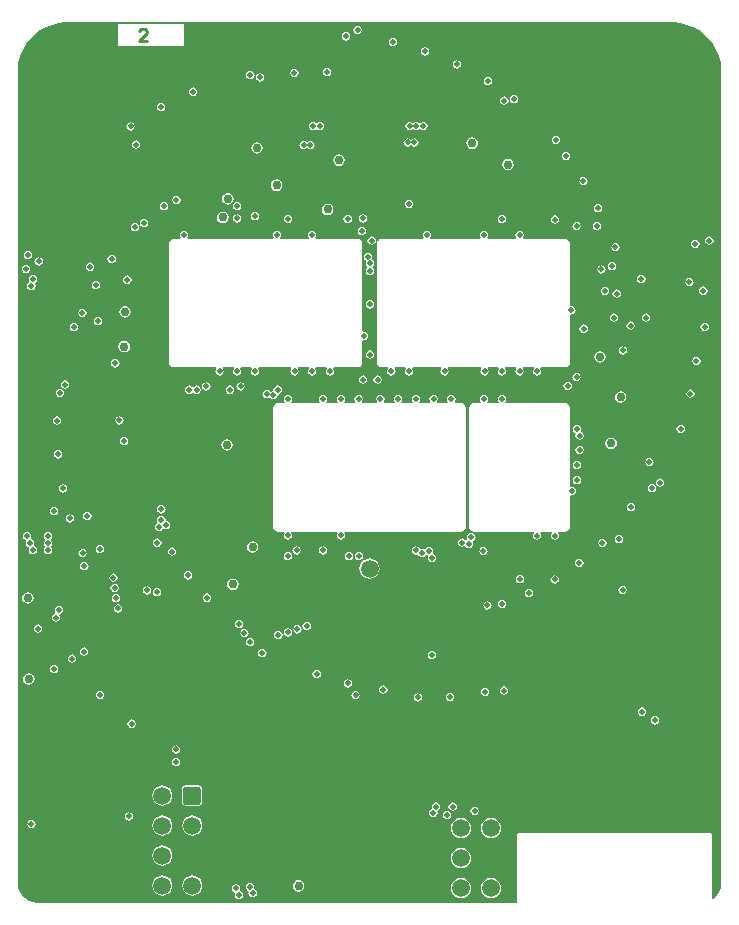
<source format=gbr>
%TF.GenerationSoftware,Altium Limited,Altium Designer,20.1.8 (145)*%
G04 Layer_Physical_Order=2*
G04 Layer_Color=36540*
%FSLAX44Y44*%
%MOMM*%
%TF.SameCoordinates,602AE14E-E67F-4A72-A58A-C630FF545DDC*%
%TF.FilePolarity,Positive*%
%TF.FileFunction,Copper,L2,Inr,Signal*%
%TF.Part,Single*%
G01*
G75*
%TA.AperFunction,NonConductor*%
%ADD49C,0.2540*%
%TA.AperFunction,ComponentPad*%
G04:AMPARAMS|DCode=50|XSize=1.5mm|YSize=1.5mm|CornerRadius=0.1875mm|HoleSize=0mm|Usage=FLASHONLY|Rotation=270.000|XOffset=0mm|YOffset=0mm|HoleType=Round|Shape=RoundedRectangle|*
%AMROUNDEDRECTD50*
21,1,1.5000,1.1250,0,0,270.0*
21,1,1.1250,1.5000,0,0,270.0*
1,1,0.3750,-0.5625,-0.5625*
1,1,0.3750,-0.5625,0.5625*
1,1,0.3750,0.5625,0.5625*
1,1,0.3750,0.5625,-0.5625*
%
%ADD50ROUNDEDRECTD50*%
%ADD51C,1.5000*%
G04:AMPARAMS|DCode=52|XSize=1.5mm|YSize=1.5mm|CornerRadius=0.15mm|HoleSize=0mm|Usage=FLASHONLY|Rotation=180.000|XOffset=0mm|YOffset=0mm|HoleType=Round|Shape=RoundedRectangle|*
%AMROUNDEDRECTD52*
21,1,1.5000,1.2000,0,0,180.0*
21,1,1.2000,1.5000,0,0,180.0*
1,1,0.3000,-0.6000,0.6000*
1,1,0.3000,0.6000,0.6000*
1,1,0.3000,0.6000,-0.6000*
1,1,0.3000,-0.6000,-0.6000*
%
%ADD52ROUNDEDRECTD52*%
%TA.AperFunction,ViaPad*%
%ADD53C,5.5000*%
%TA.AperFunction,ComponentPad*%
%ADD54C,0.5600*%
%ADD55O,2.2000X1.1000*%
%ADD56O,1.9000X1.1000*%
%TA.AperFunction,ViaPad*%
%ADD57C,0.7600*%
%ADD58C,0.4600*%
%ADD59C,0.9000*%
%ADD60C,1.5000*%
G36*
X263399Y297226D02*
X268839Y295768D01*
X274042Y293613D01*
X278919Y290797D01*
X283387Y287369D01*
X287369Y283387D01*
X290797Y278919D01*
X293613Y274042D01*
X295768Y268839D01*
X297226Y263399D01*
X297961Y257816D01*
Y255000D01*
Y-430000D01*
Y-431769D01*
X297271Y-435239D01*
X295917Y-438508D01*
X293951Y-441449D01*
X291449Y-443951D01*
X290820Y-444372D01*
X289924Y-443893D01*
Y-390169D01*
X289602Y-389391D01*
X288824Y-389069D01*
X125746D01*
X124969Y-389391D01*
X124647Y-390169D01*
Y-447835D01*
X124563Y-447961D01*
X-281769D01*
X-285239Y-447271D01*
X-288508Y-445917D01*
X-291449Y-443951D01*
X-293951Y-441449D01*
X-295917Y-438508D01*
X-297271Y-435239D01*
X-297961Y-431769D01*
Y-430000D01*
Y255000D01*
Y257816D01*
X-297226Y263399D01*
X-295768Y268839D01*
X-293613Y274042D01*
X-290797Y278919D01*
X-287369Y283387D01*
X-283387Y287369D01*
X-278919Y290797D01*
X-274042Y293613D01*
X-268839Y295768D01*
X-263399Y297226D01*
X-257816Y297961D01*
X257816D01*
X263399Y297226D01*
D02*
G37*
%LPC*%
G36*
X-10165Y294641D02*
X-11530Y294370D01*
X-12688Y293596D01*
X-13461Y292438D01*
X-13733Y291073D01*
X-13461Y289707D01*
X-12688Y288549D01*
X-11530Y287776D01*
X-10165Y287504D01*
X-8799Y287776D01*
X-7641Y288549D01*
X-6868Y289707D01*
X-6596Y291073D01*
X-6868Y292438D01*
X-7641Y293596D01*
X-8799Y294370D01*
X-10165Y294641D01*
D02*
G37*
G36*
X-19985Y289371D02*
X-21351Y289099D01*
X-22509Y288326D01*
X-23282Y287168D01*
X-23554Y285802D01*
X-23282Y284436D01*
X-22509Y283279D01*
X-21351Y282505D01*
X-19985Y282234D01*
X-18620Y282505D01*
X-17462Y283279D01*
X-16688Y284436D01*
X-16417Y285802D01*
X-16688Y287168D01*
X-17462Y288326D01*
X-18620Y289099D01*
X-19985Y289371D01*
D02*
G37*
G36*
X-157153Y295950D02*
X-213153D01*
Y277950D01*
X-157153D01*
Y295950D01*
D02*
G37*
G36*
X19654Y284632D02*
X18288Y284361D01*
X17131Y283587D01*
X16357Y282429D01*
X16085Y281064D01*
X16357Y279698D01*
X17131Y278540D01*
X18288Y277767D01*
X19654Y277495D01*
X21019Y277767D01*
X22177Y278540D01*
X22951Y279698D01*
X23222Y281064D01*
X22951Y282429D01*
X22177Y283587D01*
X21019Y284361D01*
X19654Y284632D01*
D02*
G37*
G36*
X46910Y276568D02*
X45544Y276296D01*
X44386Y275522D01*
X43613Y274365D01*
X43341Y272999D01*
X43613Y271633D01*
X44386Y270476D01*
X45544Y269702D01*
X46910Y269431D01*
X48275Y269702D01*
X49433Y270476D01*
X50207Y271633D01*
X50478Y272999D01*
X50207Y274365D01*
X49433Y275522D01*
X48275Y276296D01*
X46910Y276568D01*
D02*
G37*
G36*
X73900Y265597D02*
X72534Y265325D01*
X71376Y264552D01*
X70603Y263394D01*
X70331Y262029D01*
X70603Y260663D01*
X71376Y259505D01*
X72534Y258731D01*
X73900Y258460D01*
X75265Y258731D01*
X76423Y259505D01*
X77197Y260663D01*
X77468Y262029D01*
X77197Y263394D01*
X76423Y264552D01*
X75265Y265325D01*
X73900Y265597D01*
D02*
G37*
G36*
X-35907Y259058D02*
X-37272Y258786D01*
X-38430Y258013D01*
X-39204Y256855D01*
X-39475Y255489D01*
X-39204Y254123D01*
X-38430Y252966D01*
X-37272Y252192D01*
X-35907Y251921D01*
X-34541Y252192D01*
X-33383Y252966D01*
X-32610Y254123D01*
X-32338Y255489D01*
X-32610Y256855D01*
X-33383Y258013D01*
X-34541Y258786D01*
X-35907Y259058D01*
D02*
G37*
G36*
X-63565Y258514D02*
X-64931Y258242D01*
X-66088Y257469D01*
X-66862Y256311D01*
X-67133Y254945D01*
X-66862Y253580D01*
X-66088Y252422D01*
X-64931Y251648D01*
X-63565Y251377D01*
X-62199Y251648D01*
X-61042Y252422D01*
X-60268Y253580D01*
X-59996Y254945D01*
X-60268Y256311D01*
X-61042Y257469D01*
X-62199Y258242D01*
X-63565Y258514D01*
D02*
G37*
G36*
X-100884Y256437D02*
X-102250Y256165D01*
X-103408Y255392D01*
X-104181Y254234D01*
X-104453Y252868D01*
X-104181Y251503D01*
X-103408Y250345D01*
X-102250Y249571D01*
X-100884Y249300D01*
X-99519Y249571D01*
X-98361Y250345D01*
X-97587Y251503D01*
X-97316Y252868D01*
X-97587Y254234D01*
X-98361Y255392D01*
X-99519Y256165D01*
X-100884Y256437D01*
D02*
G37*
G36*
X-92586Y254535D02*
X-93952Y254263D01*
X-95110Y253490D01*
X-95883Y252332D01*
X-96155Y250966D01*
X-95883Y249601D01*
X-95110Y248443D01*
X-93952Y247669D01*
X-92586Y247398D01*
X-91221Y247669D01*
X-90063Y248443D01*
X-89289Y249601D01*
X-89018Y250966D01*
X-89289Y252332D01*
X-90063Y253490D01*
X-91221Y254263D01*
X-92586Y254535D01*
D02*
G37*
G36*
X100207Y251590D02*
X98842Y251319D01*
X97684Y250545D01*
X96910Y249387D01*
X96639Y248022D01*
X96910Y246656D01*
X97684Y245498D01*
X98842Y244725D01*
X100207Y244453D01*
X101573Y244725D01*
X102731Y245498D01*
X103504Y246656D01*
X103776Y248022D01*
X103504Y249387D01*
X102731Y250545D01*
X101573Y251319D01*
X100207Y251590D01*
D02*
G37*
G36*
X-149305Y242506D02*
X-150670Y242234D01*
X-151828Y241461D01*
X-152602Y240303D01*
X-152873Y238938D01*
X-152602Y237572D01*
X-151828Y236414D01*
X-150670Y235641D01*
X-149305Y235369D01*
X-147939Y235641D01*
X-146781Y236414D01*
X-146008Y237572D01*
X-145736Y238938D01*
X-146008Y240303D01*
X-146781Y241461D01*
X-147939Y242234D01*
X-149305Y242506D01*
D02*
G37*
G36*
X122340Y236099D02*
X120975Y235827D01*
X119817Y235054D01*
X119043Y233896D01*
X118772Y232530D01*
X119043Y231165D01*
X119817Y230007D01*
X120975Y229234D01*
X122340Y228962D01*
X123706Y229234D01*
X124864Y230007D01*
X125637Y231165D01*
X125909Y232530D01*
X125637Y233896D01*
X124864Y235054D01*
X123706Y235827D01*
X122340Y236099D01*
D02*
G37*
G36*
X114110Y234962D02*
X112745Y234690D01*
X111587Y233917D01*
X110814Y232759D01*
X110542Y231393D01*
X110814Y230028D01*
X111587Y228870D01*
X112745Y228096D01*
X114110Y227825D01*
X115476Y228096D01*
X116634Y228870D01*
X117407Y230028D01*
X117679Y231393D01*
X117407Y232759D01*
X116634Y233917D01*
X115476Y234690D01*
X114110Y234962D01*
D02*
G37*
G36*
X-176387Y229334D02*
X-177753Y229062D01*
X-178910Y228288D01*
X-179684Y227131D01*
X-179956Y225765D01*
X-179684Y224400D01*
X-178910Y223242D01*
X-177753Y222468D01*
X-176387Y222197D01*
X-175021Y222468D01*
X-173864Y223242D01*
X-173090Y224400D01*
X-172819Y225765D01*
X-173090Y227131D01*
X-173864Y228288D01*
X-175021Y229062D01*
X-176387Y229334D01*
D02*
G37*
G36*
X39745Y213608D02*
X38379Y213336D01*
X37221Y212563D01*
X36122Y212746D01*
X35311Y213288D01*
X33945Y213560D01*
X32579Y213288D01*
X31422Y212515D01*
X30648Y211357D01*
X30376Y209991D01*
X30648Y208626D01*
X31422Y207468D01*
X32579Y206695D01*
X33945Y206423D01*
X35311Y206695D01*
X36468Y207468D01*
X37568Y207285D01*
X38379Y206742D01*
X39745Y206471D01*
X41110Y206742D01*
X41922Y207285D01*
X43021Y207468D01*
X44179Y206695D01*
X45545Y206423D01*
X46910Y206695D01*
X48068Y207468D01*
X48841Y208626D01*
X49113Y209991D01*
X48841Y211357D01*
X48068Y212515D01*
X46910Y213288D01*
X45545Y213560D01*
X44179Y213288D01*
X43368Y212746D01*
X42268Y212563D01*
X41110Y213336D01*
X39745Y213608D01*
D02*
G37*
G36*
X-41973Y213560D02*
X-43338Y213288D01*
X-44496Y212515D01*
X-45250D01*
X-46407Y213288D01*
X-47773Y213560D01*
X-49138Y213288D01*
X-50296Y212515D01*
X-51070Y211357D01*
X-51342Y209991D01*
X-51070Y208626D01*
X-50296Y207468D01*
X-49138Y206695D01*
X-47773Y206423D01*
X-46407Y206695D01*
X-45250Y207468D01*
X-44496D01*
X-43338Y206695D01*
X-41973Y206423D01*
X-40607Y206695D01*
X-39450Y207468D01*
X-38676Y208626D01*
X-38404Y209991D01*
X-38676Y211357D01*
X-39450Y212515D01*
X-40607Y213288D01*
X-41973Y213560D01*
D02*
G37*
G36*
X-202319Y213076D02*
X-203685Y212805D01*
X-204843Y212031D01*
X-205616Y210873D01*
X-205888Y209508D01*
X-205616Y208142D01*
X-204843Y206984D01*
X-203685Y206211D01*
X-202319Y205939D01*
X-200954Y206211D01*
X-199796Y206984D01*
X-199022Y208142D01*
X-198751Y209508D01*
X-199022Y210873D01*
X-199796Y212031D01*
X-200954Y212805D01*
X-202319Y213076D01*
D02*
G37*
G36*
X38025Y199478D02*
X36660Y199206D01*
X35502Y198433D01*
X34749D01*
X33591Y199206D01*
X32225Y199478D01*
X30860Y199206D01*
X29702Y198433D01*
X28928Y197275D01*
X28657Y195910D01*
X28928Y194544D01*
X29702Y193386D01*
X30860Y192613D01*
X32225Y192341D01*
X33591Y192613D01*
X34749Y193386D01*
X35502D01*
X36660Y192613D01*
X38025Y192341D01*
X39391Y192613D01*
X40549Y193386D01*
X41322Y194544D01*
X41594Y195910D01*
X41322Y197275D01*
X40549Y198433D01*
X39391Y199206D01*
X38025Y199478D01*
D02*
G37*
G36*
X-49983Y197192D02*
X-51348Y196920D01*
X-52506Y196147D01*
X-53259D01*
X-54417Y196920D01*
X-55783Y197192D01*
X-57148Y196920D01*
X-58306Y196147D01*
X-59079Y194989D01*
X-59351Y193624D01*
X-59079Y192258D01*
X-58306Y191100D01*
X-57148Y190327D01*
X-55783Y190055D01*
X-54417Y190327D01*
X-53259Y191100D01*
X-52506D01*
X-51348Y190327D01*
X-49983Y190055D01*
X-48617Y190327D01*
X-47459Y191100D01*
X-46686Y192258D01*
X-46414Y193624D01*
X-46686Y194989D01*
X-47459Y196147D01*
X-48617Y196920D01*
X-49983Y197192D01*
D02*
G37*
G36*
X157652Y201764D02*
X156286Y201492D01*
X155128Y200719D01*
X154355Y199561D01*
X154083Y198195D01*
X154355Y196830D01*
X155128Y195672D01*
X156286Y194899D01*
X157652Y194627D01*
X159017Y194899D01*
X160175Y195672D01*
X160949Y196830D01*
X161220Y198195D01*
X160949Y199561D01*
X160175Y200719D01*
X159017Y201492D01*
X157652Y201764D01*
D02*
G37*
G36*
X-197570Y197721D02*
X-198936Y197449D01*
X-200094Y196675D01*
X-200867Y195518D01*
X-201139Y194152D01*
X-200867Y192786D01*
X-200094Y191628D01*
X-198936Y190855D01*
X-197570Y190583D01*
X-196205Y190855D01*
X-195047Y191628D01*
X-194273Y192786D01*
X-194002Y194152D01*
X-194273Y195518D01*
X-195047Y196675D01*
X-196205Y197449D01*
X-197570Y197721D01*
D02*
G37*
G36*
X86972Y200236D02*
X85092Y199863D01*
X83499Y198798D01*
X82435Y197205D01*
X82061Y195326D01*
X82435Y193447D01*
X83499Y191854D01*
X85092Y190789D01*
X86972Y190416D01*
X88851Y190789D01*
X90444Y191854D01*
X91508Y193447D01*
X91882Y195326D01*
X91508Y197205D01*
X90444Y198798D01*
X88851Y199863D01*
X86972Y200236D01*
D02*
G37*
G36*
X-95359Y196172D02*
X-97239Y195798D01*
X-98832Y194734D01*
X-99896Y193141D01*
X-100270Y191261D01*
X-99896Y189382D01*
X-98832Y187789D01*
X-97239Y186725D01*
X-95359Y186351D01*
X-93480Y186725D01*
X-91887Y187789D01*
X-90823Y189382D01*
X-90449Y191261D01*
X-90823Y193141D01*
X-91887Y194734D01*
X-93480Y195798D01*
X-95359Y196172D01*
D02*
G37*
G36*
X166279Y188240D02*
X164913Y187968D01*
X163756Y187195D01*
X162982Y186037D01*
X162710Y184671D01*
X162982Y183306D01*
X163756Y182148D01*
X164913Y181375D01*
X166279Y181103D01*
X167645Y181375D01*
X168802Y182148D01*
X169576Y183306D01*
X169848Y184671D01*
X169576Y186037D01*
X168802Y187195D01*
X167645Y187968D01*
X166279Y188240D01*
D02*
G37*
G36*
X-25961Y185837D02*
X-27840Y185463D01*
X-29433Y184399D01*
X-30497Y182806D01*
X-30871Y180927D01*
X-30497Y179047D01*
X-29433Y177454D01*
X-27840Y176390D01*
X-25961Y176016D01*
X-24082Y176390D01*
X-22489Y177454D01*
X-21424Y179047D01*
X-21051Y180927D01*
X-21424Y182806D01*
X-22489Y184399D01*
X-24082Y185463D01*
X-25961Y185837D01*
D02*
G37*
G36*
X117287Y182111D02*
X115407Y181737D01*
X113814Y180673D01*
X112750Y179080D01*
X112376Y177201D01*
X112750Y175322D01*
X113814Y173729D01*
X115407Y172664D01*
X117287Y172290D01*
X119166Y172664D01*
X120759Y173729D01*
X121823Y175322D01*
X122197Y177201D01*
X121823Y179080D01*
X120759Y180673D01*
X119166Y181737D01*
X117287Y182111D01*
D02*
G37*
G36*
X181141Y166669D02*
X179776Y166397D01*
X178618Y165624D01*
X177845Y164466D01*
X177573Y163101D01*
X177845Y161735D01*
X178618Y160577D01*
X179776Y159804D01*
X181141Y159532D01*
X182507Y159804D01*
X183665Y160577D01*
X184438Y161735D01*
X184710Y163101D01*
X184438Y164466D01*
X183665Y165624D01*
X182507Y166397D01*
X181141Y166669D01*
D02*
G37*
G36*
X-78760Y164624D02*
X-80639Y164250D01*
X-82232Y163186D01*
X-83296Y161593D01*
X-83670Y159713D01*
X-83296Y157834D01*
X-82232Y156241D01*
X-80639Y155177D01*
X-78760Y154803D01*
X-76880Y155177D01*
X-75287Y156241D01*
X-74223Y157834D01*
X-73849Y159713D01*
X-74223Y161593D01*
X-75287Y163186D01*
X-76880Y164250D01*
X-78760Y164624D01*
D02*
G37*
G36*
X-163492Y150777D02*
X-164858Y150506D01*
X-166015Y149732D01*
X-166789Y148574D01*
X-167060Y147209D01*
X-166789Y145843D01*
X-166015Y144685D01*
X-164858Y143912D01*
X-163492Y143640D01*
X-162126Y143912D01*
X-160968Y144685D01*
X-160195Y145843D01*
X-159923Y147209D01*
X-160195Y148574D01*
X-160968Y149732D01*
X-162126Y150506D01*
X-163492Y150777D01*
D02*
G37*
G36*
X-119968Y153222D02*
X-121847Y152848D01*
X-123440Y151784D01*
X-124504Y150191D01*
X-124878Y148312D01*
X-124504Y146433D01*
X-123440Y144840D01*
X-121847Y143775D01*
X-119968Y143401D01*
X-118089Y143775D01*
X-116496Y144840D01*
X-115431Y146433D01*
X-115057Y148312D01*
X-115431Y150191D01*
X-116496Y151784D01*
X-118089Y152848D01*
X-119968Y153222D01*
D02*
G37*
G36*
X33500Y147496D02*
X32134Y147224D01*
X30977Y146451D01*
X30203Y145293D01*
X29931Y143927D01*
X30203Y142562D01*
X30977Y141404D01*
X32134Y140631D01*
X33500Y140359D01*
X34866Y140631D01*
X36023Y141404D01*
X36797Y142562D01*
X37069Y143927D01*
X36797Y145293D01*
X36023Y146451D01*
X34866Y147224D01*
X33500Y147496D01*
D02*
G37*
G36*
X-174045Y145769D02*
X-175410Y145497D01*
X-176568Y144724D01*
X-177342Y143566D01*
X-177613Y142200D01*
X-177342Y140835D01*
X-176568Y139677D01*
X-175410Y138904D01*
X-174045Y138632D01*
X-172679Y138904D01*
X-171521Y139677D01*
X-170748Y140835D01*
X-170476Y142200D01*
X-170748Y143566D01*
X-171521Y144724D01*
X-172679Y145497D01*
X-174045Y145769D01*
D02*
G37*
G36*
X-112000Y145697D02*
X-113366Y145425D01*
X-114523Y144651D01*
X-115297Y143494D01*
X-115569Y142128D01*
X-115297Y140762D01*
X-114523Y139605D01*
X-113366Y138831D01*
X-112000Y138559D01*
X-110634Y138831D01*
X-109477Y139605D01*
X-108703Y140762D01*
X-108431Y142128D01*
X-108703Y143494D01*
X-109477Y144651D01*
X-110634Y145425D01*
X-112000Y145697D01*
D02*
G37*
G36*
X193355Y144049D02*
X191989Y143778D01*
X190832Y143004D01*
X190058Y141846D01*
X189786Y140481D01*
X190058Y139115D01*
X190832Y137957D01*
X191989Y137184D01*
X193355Y136912D01*
X194721Y137184D01*
X195878Y137957D01*
X196652Y139115D01*
X196924Y140481D01*
X196652Y141846D01*
X195878Y143004D01*
X194721Y143778D01*
X193355Y144049D01*
D02*
G37*
G36*
X-35461Y144154D02*
X-37340Y143781D01*
X-38933Y142716D01*
X-39997Y141123D01*
X-40371Y139244D01*
X-39997Y137365D01*
X-38933Y135772D01*
X-37340Y134707D01*
X-35461Y134334D01*
X-33582Y134707D01*
X-31989Y135772D01*
X-30924Y137365D01*
X-30550Y139244D01*
X-30924Y141123D01*
X-31989Y142716D01*
X-33582Y143781D01*
X-35461Y144154D01*
D02*
G37*
G36*
X-97000Y137091D02*
X-98366Y136819D01*
X-99523Y136045D01*
X-100297Y134888D01*
X-100569Y133522D01*
X-100297Y132156D01*
X-99523Y130998D01*
X-98366Y130225D01*
X-97000Y129953D01*
X-95634Y130225D01*
X-94477Y130998D01*
X-93703Y132156D01*
X-93431Y133522D01*
X-93703Y134888D01*
X-94477Y136045D01*
X-95634Y136819D01*
X-97000Y137091D01*
D02*
G37*
G36*
X-5447Y135173D02*
X-6813Y134901D01*
X-7970Y134127D01*
X-8744Y132970D01*
X-9016Y131604D01*
X-8744Y130238D01*
X-7970Y129081D01*
X-6813Y128307D01*
X-5447Y128035D01*
X-4081Y128307D01*
X-2924Y129081D01*
X-2150Y130238D01*
X-1878Y131604D01*
X-2150Y132970D01*
X-2924Y134127D01*
X-4081Y134901D01*
X-5447Y135173D01*
D02*
G37*
G36*
X-112000Y135141D02*
X-113366Y134869D01*
X-114523Y134095D01*
X-115297Y132938D01*
X-115569Y131572D01*
X-115297Y130206D01*
X-114523Y129049D01*
X-113366Y128275D01*
X-112000Y128003D01*
X-110634Y128275D01*
X-109477Y129049D01*
X-108703Y130206D01*
X-108431Y131572D01*
X-108703Y132938D01*
X-109477Y134095D01*
X-110634Y134869D01*
X-112000Y135141D01*
D02*
G37*
G36*
X-68834Y134887D02*
X-70200Y134615D01*
X-71357Y133841D01*
X-72131Y132684D01*
X-72403Y131318D01*
X-72131Y129952D01*
X-71357Y128795D01*
X-70200Y128021D01*
X-68834Y127749D01*
X-67468Y128021D01*
X-66311Y128795D01*
X-65537Y129952D01*
X-65265Y131318D01*
X-65537Y132684D01*
X-66311Y133841D01*
X-67468Y134615D01*
X-68834Y134887D01*
D02*
G37*
G36*
X-124206Y137389D02*
X-126085Y137015D01*
X-127678Y135951D01*
X-128743Y134358D01*
X-129116Y132479D01*
X-128743Y130600D01*
X-127678Y129007D01*
X-126085Y127942D01*
X-124206Y127569D01*
X-122327Y127942D01*
X-120734Y129007D01*
X-119669Y130600D01*
X-119296Y132479D01*
X-119669Y134358D01*
X-120734Y135951D01*
X-122327Y137015D01*
X-124206Y137389D01*
D02*
G37*
G36*
X112000Y134639D02*
X110634Y134367D01*
X109477Y133593D01*
X108703Y132436D01*
X108431Y131070D01*
X108703Y129704D01*
X109477Y128547D01*
X110634Y127773D01*
X112000Y127501D01*
X113366Y127773D01*
X114523Y128547D01*
X115297Y129704D01*
X115569Y131070D01*
X115297Y132436D01*
X114523Y133593D01*
X113366Y134367D01*
X112000Y134639D01*
D02*
G37*
G36*
X-18500Y134633D02*
X-19866Y134361D01*
X-21023Y133587D01*
X-21797Y132430D01*
X-22069Y131064D01*
X-21797Y129698D01*
X-21023Y128541D01*
X-19866Y127767D01*
X-18500Y127495D01*
X-17134Y127767D01*
X-15977Y128541D01*
X-15203Y129698D01*
X-14931Y131064D01*
X-15203Y132430D01*
X-15977Y133587D01*
X-17134Y134361D01*
X-18500Y134633D01*
D02*
G37*
G36*
X157000Y134193D02*
X155634Y133922D01*
X154477Y133148D01*
X153703Y131990D01*
X153431Y130625D01*
X153703Y129259D01*
X154477Y128101D01*
X155634Y127328D01*
X157000Y127056D01*
X158366Y127328D01*
X159523Y128101D01*
X160297Y129259D01*
X160569Y130625D01*
X160297Y131990D01*
X159523Y133148D01*
X158366Y133922D01*
X157000Y134193D01*
D02*
G37*
G36*
X-190822Y131072D02*
X-192188Y130800D01*
X-193346Y130027D01*
X-194119Y128869D01*
X-194391Y127503D01*
X-194119Y126138D01*
X-193346Y124980D01*
X-192188Y124206D01*
X-190822Y123935D01*
X-189457Y124206D01*
X-188299Y124980D01*
X-187525Y126138D01*
X-187254Y127503D01*
X-187525Y128869D01*
X-188299Y130027D01*
X-189457Y130800D01*
X-190822Y131072D01*
D02*
G37*
G36*
X192475Y128563D02*
X191109Y128292D01*
X189951Y127518D01*
X189178Y126360D01*
X188906Y124995D01*
X189178Y123629D01*
X189951Y122471D01*
X191109Y121698D01*
X192475Y121426D01*
X193841Y121698D01*
X194998Y122471D01*
X195772Y123629D01*
X196043Y124995D01*
X195772Y126360D01*
X194998Y127518D01*
X193841Y128292D01*
X192475Y128563D01*
D02*
G37*
G36*
X175260D02*
X173894Y128292D01*
X172737Y127518D01*
X171963Y126360D01*
X171691Y124995D01*
X171963Y123629D01*
X172737Y122471D01*
X173894Y121698D01*
X175260Y121426D01*
X176626Y121698D01*
X177783Y122471D01*
X178557Y123629D01*
X178829Y124995D01*
X178557Y126360D01*
X177783Y127518D01*
X176626Y128292D01*
X175260Y128563D01*
D02*
G37*
G36*
X-198655Y127702D02*
X-200021Y127430D01*
X-201179Y126657D01*
X-201952Y125499D01*
X-202224Y124134D01*
X-201952Y122768D01*
X-201179Y121610D01*
X-200021Y120837D01*
X-198655Y120565D01*
X-197290Y120837D01*
X-196132Y121610D01*
X-195358Y122768D01*
X-195087Y124134D01*
X-195358Y125499D01*
X-196132Y126657D01*
X-197290Y127430D01*
X-198655Y127702D01*
D02*
G37*
G36*
X-6604Y124617D02*
X-7970Y124345D01*
X-9127Y123571D01*
X-9901Y122414D01*
X-10173Y121048D01*
X-9901Y119682D01*
X-9127Y118525D01*
X-7970Y117751D01*
X-6604Y117479D01*
X-5238Y117751D01*
X-4081Y118525D01*
X-3307Y119682D01*
X-3035Y121048D01*
X-3307Y122414D01*
X-4081Y123571D01*
X-5238Y124345D01*
X-6604Y124617D01*
D02*
G37*
G36*
X127000Y121389D02*
X125634Y121117D01*
X124477Y120343D01*
X123703Y119186D01*
X123431Y117820D01*
X123703Y116454D01*
X124304Y115555D01*
X123921Y114539D01*
X100079D01*
X99696Y115555D01*
X100297Y116454D01*
X100569Y117820D01*
X100297Y119186D01*
X99523Y120343D01*
X98366Y121117D01*
X97000Y121389D01*
X95634Y121117D01*
X94477Y120343D01*
X93703Y119186D01*
X93431Y117820D01*
X93703Y116454D01*
X94304Y115555D01*
X93921Y114539D01*
X51579D01*
X51196Y115555D01*
X51797Y116454D01*
X52069Y117820D01*
X51797Y119186D01*
X51023Y120343D01*
X49866Y121117D01*
X48500Y121389D01*
X47134Y121117D01*
X45977Y120343D01*
X45203Y119186D01*
X44931Y117820D01*
X45203Y116454D01*
X45804Y115555D01*
X45421Y114539D01*
X10003D01*
X9222Y114384D01*
X8303Y114003D01*
X7642Y113561D01*
X6939Y112858D01*
X6497Y112197D01*
X6116Y111278D01*
X5961Y110497D01*
Y110000D01*
Y10000D01*
Y9503D01*
X6116Y8722D01*
X6497Y7804D01*
X6939Y7142D01*
X6939Y7142D01*
X7642Y6439D01*
X8303Y5997D01*
X9222Y5616D01*
X10003Y5461D01*
X15421D01*
X15804Y4445D01*
X15203Y3546D01*
X14931Y2180D01*
X15203Y814D01*
X15977Y-343D01*
X17134Y-1117D01*
X18500Y-1389D01*
X19866Y-1117D01*
X21023Y-343D01*
X21797Y814D01*
X22069Y2180D01*
X21797Y3546D01*
X21196Y4445D01*
X21579Y5461D01*
X30421D01*
X30804Y4445D01*
X30203Y3546D01*
X29931Y2180D01*
X30203Y814D01*
X30977Y-343D01*
X32134Y-1117D01*
X33500Y-1389D01*
X34866Y-1117D01*
X36023Y-343D01*
X36797Y814D01*
X37069Y2180D01*
X36797Y3546D01*
X36196Y4445D01*
X36579Y5461D01*
X60421D01*
X60804Y4445D01*
X60203Y3546D01*
X59931Y2180D01*
X60203Y814D01*
X60977Y-343D01*
X62134Y-1117D01*
X63500Y-1389D01*
X64866Y-1117D01*
X66023Y-343D01*
X66797Y814D01*
X67069Y2180D01*
X66797Y3546D01*
X66196Y4445D01*
X66579Y5461D01*
X94355D01*
X94738Y4445D01*
X94137Y3546D01*
X93866Y2180D01*
X94137Y814D01*
X94911Y-343D01*
X96069Y-1117D01*
X97434Y-1389D01*
X98800Y-1117D01*
X99958Y-343D01*
X100731Y814D01*
X101003Y2180D01*
X100731Y3546D01*
X100131Y4445D01*
X100514Y5461D01*
X108921D01*
X109304Y4445D01*
X108703Y3546D01*
X108431Y2180D01*
X108703Y814D01*
X109477Y-343D01*
X110634Y-1117D01*
X112000Y-1389D01*
X113366Y-1117D01*
X114523Y-343D01*
X115297Y814D01*
X115569Y2180D01*
X115297Y3546D01*
X114696Y4445D01*
X115079Y5461D01*
X123921D01*
X124304Y4445D01*
X123703Y3546D01*
X123431Y2180D01*
X123703Y814D01*
X124477Y-343D01*
X125634Y-1117D01*
X127000Y-1389D01*
X128366Y-1117D01*
X129523Y-343D01*
X130297Y814D01*
X130569Y2180D01*
X130297Y3546D01*
X129696Y4445D01*
X130079Y5461D01*
X138921D01*
X139304Y4445D01*
X138703Y3546D01*
X138431Y2180D01*
X138703Y814D01*
X139477Y-343D01*
X140634Y-1117D01*
X142000Y-1389D01*
X143366Y-1117D01*
X144523Y-343D01*
X145297Y814D01*
X145569Y2180D01*
X145297Y3546D01*
X144696Y4445D01*
X145079Y5461D01*
X165497D01*
X166278Y5616D01*
X167197Y5997D01*
X167858Y6439D01*
X167858Y6439D01*
X168561Y7142D01*
X169003Y7804D01*
X169003Y7804D01*
X169384Y8722D01*
X169539Y9503D01*
Y49654D01*
X170555Y50488D01*
X171000Y50399D01*
X172366Y50671D01*
X173523Y51445D01*
X174297Y52602D01*
X174569Y53968D01*
X174297Y55334D01*
X173523Y56491D01*
X172366Y57265D01*
X171000Y57537D01*
X170555Y57448D01*
X169539Y58282D01*
Y110497D01*
X169384Y111278D01*
X169003Y112197D01*
X168561Y112858D01*
X167858Y113561D01*
X167197Y114003D01*
X167196Y114003D01*
X166278Y114384D01*
X165497Y114539D01*
X130079D01*
X129696Y115555D01*
X130297Y116454D01*
X130569Y117820D01*
X130297Y119186D01*
X129523Y120343D01*
X128366Y121117D01*
X127000Y121389D01*
D02*
G37*
G36*
X-48500D02*
X-49866Y121117D01*
X-51023Y120343D01*
X-51797Y119186D01*
X-52069Y117820D01*
X-51797Y116454D01*
X-51196Y115555D01*
X-51579Y114539D01*
X-75421D01*
X-75804Y115555D01*
X-75203Y116454D01*
X-74931Y117820D01*
X-75203Y119186D01*
X-75977Y120343D01*
X-77134Y121117D01*
X-78500Y121389D01*
X-79866Y121117D01*
X-81023Y120343D01*
X-81797Y119186D01*
X-82069Y117820D01*
X-81797Y116454D01*
X-81196Y115555D01*
X-81579Y114539D01*
X-153921D01*
X-154304Y115555D01*
X-153703Y116454D01*
X-153431Y117820D01*
X-153703Y119186D01*
X-154477Y120343D01*
X-155634Y121117D01*
X-157000Y121389D01*
X-158366Y121117D01*
X-159523Y120343D01*
X-160297Y119186D01*
X-160569Y117820D01*
X-160297Y116454D01*
X-159696Y115555D01*
X-160079Y114539D01*
X-165497D01*
X-166278Y114384D01*
X-167197Y114003D01*
X-167858Y113561D01*
X-168561Y112858D01*
X-169003Y112197D01*
X-169384Y111278D01*
X-169539Y110497D01*
Y110000D01*
Y10000D01*
Y9503D01*
X-169384Y8722D01*
X-169003Y7804D01*
X-168561Y7142D01*
X-168561Y7142D01*
X-167858Y6439D01*
X-167197Y5997D01*
X-166278Y5616D01*
X-165497Y5461D01*
X-130079D01*
X-129696Y4445D01*
X-130297Y3546D01*
X-130569Y2180D01*
X-130297Y814D01*
X-129523Y-343D01*
X-128366Y-1117D01*
X-127000Y-1389D01*
X-125634Y-1117D01*
X-124477Y-343D01*
X-123703Y814D01*
X-123431Y2180D01*
X-123703Y3546D01*
X-124304Y4445D01*
X-123921Y5461D01*
X-115079D01*
X-114696Y4445D01*
X-115297Y3546D01*
X-115569Y2180D01*
X-115297Y814D01*
X-114523Y-343D01*
X-113366Y-1117D01*
X-112000Y-1389D01*
X-110634Y-1117D01*
X-109477Y-343D01*
X-108703Y814D01*
X-108431Y2180D01*
X-108703Y3546D01*
X-109304Y4445D01*
X-108921Y5461D01*
X-100079D01*
X-99696Y4445D01*
X-100297Y3546D01*
X-100569Y2180D01*
X-100297Y814D01*
X-99523Y-343D01*
X-98366Y-1117D01*
X-97000Y-1389D01*
X-95634Y-1117D01*
X-94477Y-343D01*
X-93703Y814D01*
X-93431Y2180D01*
X-93703Y3546D01*
X-94304Y4445D01*
X-93921Y5461D01*
X-66579D01*
X-66196Y4445D01*
X-66797Y3546D01*
X-67069Y2180D01*
X-66797Y814D01*
X-66023Y-343D01*
X-64866Y-1117D01*
X-63500Y-1389D01*
X-62134Y-1117D01*
X-60977Y-343D01*
X-60203Y814D01*
X-59931Y2180D01*
X-60203Y3546D01*
X-60804Y4445D01*
X-60421Y5461D01*
X-51579D01*
X-51196Y4445D01*
X-51797Y3546D01*
X-52069Y2180D01*
X-51797Y814D01*
X-51023Y-343D01*
X-49866Y-1117D01*
X-48500Y-1389D01*
X-47134Y-1117D01*
X-45977Y-343D01*
X-45203Y814D01*
X-44931Y2180D01*
X-45203Y3546D01*
X-45804Y4445D01*
X-45421Y5461D01*
X-36579D01*
X-36196Y4445D01*
X-36797Y3546D01*
X-37069Y2180D01*
X-36797Y814D01*
X-36023Y-343D01*
X-34866Y-1117D01*
X-33500Y-1389D01*
X-32134Y-1117D01*
X-30977Y-343D01*
X-30203Y814D01*
X-29931Y2180D01*
X-30203Y3546D01*
X-30804Y4445D01*
X-30421Y5461D01*
X-10003D01*
X-9222Y5616D01*
X-8303Y5997D01*
X-7642Y6439D01*
X-7642Y6439D01*
X-6939Y7142D01*
X-6497Y7804D01*
X-6497Y7804D01*
X-6116Y8722D01*
X-5961Y9503D01*
Y27910D01*
X-4945Y28744D01*
X-4500Y28655D01*
X-3134Y28927D01*
X-1977Y29701D01*
X-1203Y30858D01*
X-931Y32224D01*
X-1203Y33590D01*
X-1977Y34747D01*
X-3134Y35521D01*
X-4500Y35793D01*
X-4945Y35704D01*
X-5961Y36538D01*
Y110497D01*
X-6116Y111278D01*
X-6497Y112197D01*
X-6939Y112858D01*
X-7642Y113561D01*
X-8303Y114003D01*
X-8304Y114003D01*
X-9222Y114384D01*
X-10003Y114539D01*
X-45421D01*
X-45804Y115555D01*
X-45203Y116454D01*
X-44931Y117820D01*
X-45203Y119186D01*
X-45977Y120343D01*
X-47134Y121117D01*
X-48500Y121389D01*
D02*
G37*
G36*
X1778Y116488D02*
X412Y116216D01*
X-745Y115443D01*
X-1519Y114285D01*
X-1791Y112919D01*
X-1519Y111554D01*
X-745Y110396D01*
X412Y109622D01*
X1778Y109351D01*
X3144Y109622D01*
X4301Y110396D01*
X5075Y111554D01*
X5347Y112919D01*
X5075Y114285D01*
X4301Y115443D01*
X3144Y116216D01*
X1778Y116488D01*
D02*
G37*
G36*
X287718Y116483D02*
X286352Y116212D01*
X285195Y115438D01*
X284421Y114280D01*
X284149Y112915D01*
X284421Y111549D01*
X285195Y110391D01*
X286352Y109618D01*
X287718Y109346D01*
X289084Y109618D01*
X290241Y110391D01*
X291015Y111549D01*
X291287Y112915D01*
X291015Y114280D01*
X290241Y115438D01*
X289084Y116212D01*
X287718Y116483D01*
D02*
G37*
G36*
X275843Y113710D02*
X274478Y113438D01*
X273320Y112665D01*
X272547Y111507D01*
X272275Y110141D01*
X272547Y108776D01*
X273320Y107618D01*
X274478Y106844D01*
X275843Y106573D01*
X277209Y106844D01*
X278367Y107618D01*
X279140Y108776D01*
X279412Y110141D01*
X279140Y111507D01*
X278367Y112665D01*
X277209Y113438D01*
X275843Y113710D01*
D02*
G37*
G36*
X208252Y110826D02*
X206887Y110554D01*
X205729Y109780D01*
X204955Y108623D01*
X204684Y107257D01*
X204955Y105891D01*
X205729Y104734D01*
X206887Y103960D01*
X208252Y103688D01*
X209618Y103960D01*
X210776Y104734D01*
X211549Y105891D01*
X211821Y107257D01*
X211549Y108623D01*
X210776Y109780D01*
X209618Y110554D01*
X208252Y110826D01*
D02*
G37*
G36*
X-289333Y104078D02*
X-290699Y103806D01*
X-291857Y103032D01*
X-292630Y101875D01*
X-292902Y100509D01*
X-292630Y99143D01*
X-291857Y97986D01*
X-290699Y97212D01*
X-289333Y96940D01*
X-287968Y97212D01*
X-286810Y97986D01*
X-286036Y99143D01*
X-285765Y100509D01*
X-286036Y101875D01*
X-286810Y103032D01*
X-287968Y103806D01*
X-289333Y104078D01*
D02*
G37*
G36*
X-218337Y100779D02*
X-219703Y100507D01*
X-220861Y99733D01*
X-221634Y98576D01*
X-221906Y97210D01*
X-221634Y95844D01*
X-220861Y94687D01*
X-219703Y93913D01*
X-218337Y93642D01*
X-216972Y93913D01*
X-215814Y94687D01*
X-215040Y95844D01*
X-214769Y97210D01*
X-215040Y98576D01*
X-215814Y99733D01*
X-216972Y100507D01*
X-218337Y100779D01*
D02*
G37*
G36*
X-280166Y98751D02*
X-281532Y98479D01*
X-282689Y97706D01*
X-283463Y96548D01*
X-283734Y95182D01*
X-283463Y93817D01*
X-282689Y92659D01*
X-281532Y91885D01*
X-280166Y91614D01*
X-278800Y91885D01*
X-277643Y92659D01*
X-276869Y93817D01*
X-276597Y95182D01*
X-276869Y96548D01*
X-277643Y97706D01*
X-278800Y98479D01*
X-280166Y98751D01*
D02*
G37*
G36*
X205319Y94983D02*
X203954Y94711D01*
X202796Y93937D01*
X202022Y92780D01*
X201751Y91414D01*
X202022Y90048D01*
X202796Y88891D01*
X203954Y88117D01*
X205319Y87845D01*
X206685Y88117D01*
X207843Y88891D01*
X208616Y90048D01*
X208888Y91414D01*
X208616Y92780D01*
X207843Y93937D01*
X206685Y94711D01*
X205319Y94983D01*
D02*
G37*
G36*
X-236429Y94325D02*
X-237795Y94054D01*
X-238953Y93280D01*
X-239726Y92122D01*
X-239998Y90757D01*
X-239726Y89391D01*
X-238953Y88233D01*
X-237795Y87460D01*
X-236429Y87188D01*
X-235064Y87460D01*
X-233906Y88233D01*
X-233132Y89391D01*
X-232861Y90757D01*
X-233132Y92122D01*
X-233906Y93280D01*
X-235064Y94054D01*
X-236429Y94325D01*
D02*
G37*
G36*
X-290944Y92545D02*
X-292310Y92273D01*
X-293468Y91500D01*
X-294241Y90342D01*
X-294513Y88976D01*
X-294241Y87611D01*
X-293468Y86453D01*
X-292310Y85680D01*
X-290944Y85408D01*
X-289578Y85680D01*
X-288421Y86453D01*
X-287647Y87611D01*
X-287376Y88976D01*
X-287647Y90342D01*
X-288421Y91500D01*
X-289578Y92273D01*
X-290944Y92545D01*
D02*
G37*
G36*
X196380Y91964D02*
X195014Y91692D01*
X193856Y90918D01*
X193083Y89761D01*
X192811Y88395D01*
X193083Y87029D01*
X193856Y85872D01*
X195014Y85098D01*
X196380Y84826D01*
X197745Y85098D01*
X198903Y85872D01*
X199676Y87029D01*
X199948Y88395D01*
X199676Y89761D01*
X198903Y90918D01*
X197745Y91692D01*
X196380Y91964D01*
D02*
G37*
G36*
X-1243Y102590D02*
X-2609Y102319D01*
X-3767Y101545D01*
X-4540Y100387D01*
X-4812Y99022D01*
X-4540Y97656D01*
X-3767Y96498D01*
X-3200Y96119D01*
X-2829Y94846D01*
X-3101Y93480D01*
X-2829Y92114D01*
X-2055Y90956D01*
X-1786Y90777D01*
Y89761D01*
X-2164Y89508D01*
X-2938Y88350D01*
X-3209Y86985D01*
X-2938Y85619D01*
X-2164Y84461D01*
X-1006Y83688D01*
X359Y83416D01*
X1725Y83688D01*
X2883Y84461D01*
X3656Y85619D01*
X3928Y86985D01*
X3656Y88350D01*
X2883Y89508D01*
X2613Y89688D01*
Y90704D01*
X2991Y90956D01*
X3765Y92114D01*
X4037Y93480D01*
X3765Y94846D01*
X2991Y96003D01*
X2424Y96382D01*
X2054Y97656D01*
X2325Y99022D01*
X2054Y100387D01*
X1280Y101545D01*
X122Y102319D01*
X-1243Y102590D01*
D02*
G37*
G36*
X230122Y83931D02*
X228756Y83659D01*
X227598Y82886D01*
X226825Y81728D01*
X226553Y80362D01*
X226825Y78997D01*
X227598Y77839D01*
X228756Y77065D01*
X230122Y76793D01*
X231487Y77065D01*
X232645Y77839D01*
X233419Y78997D01*
X233690Y80362D01*
X233419Y81728D01*
X232645Y82886D01*
X231487Y83659D01*
X230122Y83931D01*
D02*
G37*
G36*
X-205042Y83305D02*
X-206407Y83033D01*
X-207565Y82260D01*
X-208339Y81102D01*
X-208610Y79736D01*
X-208339Y78371D01*
X-207565Y77213D01*
X-206407Y76439D01*
X-205042Y76168D01*
X-203676Y76439D01*
X-202518Y77213D01*
X-201745Y78371D01*
X-201473Y79736D01*
X-201745Y81102D01*
X-202518Y82260D01*
X-203676Y83033D01*
X-205042Y83305D01*
D02*
G37*
G36*
X270835Y81229D02*
X269470Y80958D01*
X268312Y80184D01*
X267539Y79026D01*
X267267Y77661D01*
X267539Y76295D01*
X268312Y75138D01*
X269470Y74364D01*
X270835Y74092D01*
X272201Y74364D01*
X273359Y75138D01*
X274132Y76295D01*
X274404Y77661D01*
X274132Y79026D01*
X273359Y80184D01*
X272201Y80958D01*
X270835Y81229D01*
D02*
G37*
G36*
X-231820Y78892D02*
X-233186Y78620D01*
X-234343Y77846D01*
X-235117Y76688D01*
X-235389Y75323D01*
X-235117Y73957D01*
X-234343Y72800D01*
X-233186Y72026D01*
X-231820Y71754D01*
X-230454Y72026D01*
X-229297Y72800D01*
X-228523Y73957D01*
X-228251Y75323D01*
X-228523Y76688D01*
X-229297Y77846D01*
X-230454Y78620D01*
X-231820Y78892D01*
D02*
G37*
G36*
X-284858Y83623D02*
X-286223Y83351D01*
X-287381Y82578D01*
X-288155Y81420D01*
X-288426Y80054D01*
X-288155Y78689D01*
X-288118Y78634D01*
X-288438Y77284D01*
X-288895Y76979D01*
X-289669Y75821D01*
X-289941Y74456D01*
X-289669Y73090D01*
X-288895Y71932D01*
X-287738Y71159D01*
X-286372Y70887D01*
X-285007Y71159D01*
X-283849Y71932D01*
X-283075Y73090D01*
X-282804Y74456D01*
X-283075Y75821D01*
X-283572Y76565D01*
X-283492Y76757D01*
X-282334Y77531D01*
X-281561Y78689D01*
X-281289Y80054D01*
X-281561Y81420D01*
X-282334Y82578D01*
X-283492Y83351D01*
X-284858Y83623D01*
D02*
G37*
G36*
X282599Y74028D02*
X281233Y73757D01*
X280075Y72983D01*
X279302Y71825D01*
X279030Y70460D01*
X279302Y69094D01*
X280075Y67936D01*
X281233Y67163D01*
X282599Y66891D01*
X283964Y67163D01*
X285122Y67936D01*
X285896Y69094D01*
X286167Y70460D01*
X285896Y71825D01*
X285122Y72983D01*
X283964Y73757D01*
X282599Y74028D01*
D02*
G37*
G36*
X199209Y73934D02*
X197843Y73663D01*
X196685Y72889D01*
X195912Y71731D01*
X195640Y70366D01*
X195912Y69000D01*
X196685Y67842D01*
X197843Y67069D01*
X199209Y66797D01*
X200574Y67069D01*
X201732Y67842D01*
X202505Y69000D01*
X202777Y70366D01*
X202505Y71731D01*
X201732Y72889D01*
X200574Y73663D01*
X199209Y73934D01*
D02*
G37*
G36*
X209232Y71552D02*
X207867Y71281D01*
X206709Y70507D01*
X205935Y69349D01*
X205664Y67984D01*
X205935Y66618D01*
X206709Y65460D01*
X207867Y64687D01*
X209232Y64415D01*
X210598Y64687D01*
X211756Y65460D01*
X212529Y66618D01*
X212801Y67984D01*
X212529Y69349D01*
X211756Y70507D01*
X210598Y71281D01*
X209232Y71552D01*
D02*
G37*
G36*
X359Y62441D02*
X-1006Y62169D01*
X-2164Y61395D01*
X-2938Y60238D01*
X-3209Y58872D01*
X-2938Y57506D01*
X-2164Y56349D01*
X-1006Y55575D01*
X359Y55304D01*
X1725Y55575D01*
X2883Y56349D01*
X3656Y57506D01*
X3928Y58872D01*
X3656Y60238D01*
X2883Y61395D01*
X1725Y62169D01*
X359Y62441D01*
D02*
G37*
G36*
X-243070Y55235D02*
X-244435Y54963D01*
X-245593Y54189D01*
X-246367Y53032D01*
X-246638Y51666D01*
X-246367Y50300D01*
X-245593Y49143D01*
X-244435Y48369D01*
X-243070Y48098D01*
X-241704Y48369D01*
X-240546Y49143D01*
X-239773Y50300D01*
X-239501Y51666D01*
X-239773Y53032D01*
X-240546Y54189D01*
X-241704Y54963D01*
X-243070Y55235D01*
D02*
G37*
G36*
X-206931Y57464D02*
X-208810Y57090D01*
X-210403Y56026D01*
X-211467Y54433D01*
X-211841Y52554D01*
X-211467Y50675D01*
X-210403Y49082D01*
X-208810Y48017D01*
X-206931Y47643D01*
X-205052Y48017D01*
X-203459Y49082D01*
X-202394Y50675D01*
X-202020Y52554D01*
X-202394Y54433D01*
X-203459Y56026D01*
X-205052Y57090D01*
X-206931Y57464D01*
D02*
G37*
G36*
X234202Y51217D02*
X232836Y50946D01*
X231679Y50172D01*
X230905Y49015D01*
X230633Y47649D01*
X230905Y46283D01*
X231679Y45126D01*
X232836Y44352D01*
X234202Y44080D01*
X235568Y44352D01*
X236725Y45126D01*
X237499Y46283D01*
X237771Y47649D01*
X237499Y49015D01*
X236725Y50172D01*
X235568Y50946D01*
X234202Y51217D01*
D02*
G37*
G36*
X206756D02*
X205390Y50946D01*
X204233Y50172D01*
X203459Y49015D01*
X203187Y47649D01*
X203459Y46283D01*
X204233Y45126D01*
X205390Y44352D01*
X206756Y44080D01*
X208122Y44352D01*
X209279Y45126D01*
X210053Y46283D01*
X210325Y47649D01*
X210053Y49015D01*
X209279Y50172D01*
X208122Y50946D01*
X206756Y51217D01*
D02*
G37*
G36*
X-229946Y48266D02*
X-231312Y47994D01*
X-232470Y47220D01*
X-233243Y46063D01*
X-233515Y44697D01*
X-233243Y43331D01*
X-232470Y42174D01*
X-231312Y41400D01*
X-229946Y41128D01*
X-228580Y41400D01*
X-227423Y42174D01*
X-226649Y43331D01*
X-226378Y44697D01*
X-226649Y46063D01*
X-227423Y47220D01*
X-228580Y47994D01*
X-229946Y48266D01*
D02*
G37*
G36*
X220986Y44526D02*
X219621Y44254D01*
X218463Y43481D01*
X217690Y42323D01*
X217418Y40957D01*
X217690Y39592D01*
X218463Y38434D01*
X219621Y37661D01*
X220986Y37389D01*
X222352Y37661D01*
X223510Y38434D01*
X224283Y39592D01*
X224555Y40957D01*
X224283Y42323D01*
X223510Y43481D01*
X222352Y44254D01*
X220986Y44526D01*
D02*
G37*
G36*
X283712Y43442D02*
X282346Y43170D01*
X281189Y42396D01*
X280415Y41239D01*
X280143Y39873D01*
X280415Y38507D01*
X281189Y37350D01*
X282346Y36576D01*
X283712Y36305D01*
X285077Y36576D01*
X286235Y37350D01*
X287009Y38507D01*
X287280Y39873D01*
X287009Y41239D01*
X286235Y42396D01*
X285077Y43170D01*
X283712Y43442D01*
D02*
G37*
G36*
X-250132Y43186D02*
X-251498Y42914D01*
X-252656Y42140D01*
X-253429Y40983D01*
X-253701Y39617D01*
X-253429Y38251D01*
X-252656Y37094D01*
X-251498Y36320D01*
X-250132Y36049D01*
X-248766Y36320D01*
X-247609Y37094D01*
X-246835Y38251D01*
X-246563Y39617D01*
X-246835Y40983D01*
X-247609Y42140D01*
X-248766Y42914D01*
X-250132Y43186D01*
D02*
G37*
G36*
X181262Y41867D02*
X179897Y41595D01*
X178739Y40822D01*
X177966Y39664D01*
X177694Y38298D01*
X177966Y36933D01*
X178739Y35775D01*
X179897Y35001D01*
X181262Y34730D01*
X182628Y35001D01*
X183786Y35775D01*
X184559Y36933D01*
X184831Y38298D01*
X184559Y39664D01*
X183786Y40822D01*
X182628Y41595D01*
X181262Y41867D01*
D02*
G37*
G36*
X-207637Y28014D02*
X-209516Y27640D01*
X-211109Y26576D01*
X-212173Y24983D01*
X-212547Y23104D01*
X-212173Y21224D01*
X-211109Y19631D01*
X-209516Y18567D01*
X-207637Y18193D01*
X-205757Y18567D01*
X-204164Y19631D01*
X-203100Y21224D01*
X-202726Y23104D01*
X-203100Y24983D01*
X-204164Y26576D01*
X-205757Y27640D01*
X-207637Y28014D01*
D02*
G37*
G36*
X214438Y23448D02*
X213072Y23177D01*
X211914Y22403D01*
X211140Y21245D01*
X210869Y19880D01*
X211140Y18514D01*
X211914Y17356D01*
X213072Y16583D01*
X214438Y16311D01*
X215803Y16583D01*
X216961Y17356D01*
X217734Y18514D01*
X218006Y19880D01*
X217734Y21245D01*
X216961Y22403D01*
X215803Y23177D01*
X214438Y23448D01*
D02*
G37*
G36*
X359Y19954D02*
X-1006Y19682D01*
X-2164Y18908D01*
X-2938Y17751D01*
X-3209Y16385D01*
X-2938Y15019D01*
X-2164Y13862D01*
X-1006Y13088D01*
X359Y12816D01*
X1725Y13088D01*
X2883Y13862D01*
X3656Y15019D01*
X3928Y16385D01*
X3656Y17751D01*
X2883Y18908D01*
X1725Y19682D01*
X359Y19954D01*
D02*
G37*
G36*
X195021Y19093D02*
X193142Y18719D01*
X191549Y17654D01*
X190484Y16061D01*
X190110Y14182D01*
X190484Y12303D01*
X191549Y10710D01*
X193142Y9646D01*
X195021Y9272D01*
X196900Y9646D01*
X198493Y10710D01*
X199557Y12303D01*
X199931Y14182D01*
X199557Y16061D01*
X198493Y17654D01*
X196900Y18719D01*
X195021Y19093D01*
D02*
G37*
G36*
X276786Y14444D02*
X275421Y14172D01*
X274263Y13398D01*
X273489Y12241D01*
X273218Y10875D01*
X273489Y9509D01*
X274263Y8352D01*
X275421Y7578D01*
X276786Y7306D01*
X278152Y7578D01*
X279310Y8352D01*
X280083Y9509D01*
X280355Y10875D01*
X280083Y12241D01*
X279310Y13398D01*
X278152Y14172D01*
X276786Y14444D01*
D02*
G37*
G36*
X-215174Y12452D02*
X-216539Y12180D01*
X-217697Y11407D01*
X-218471Y10249D01*
X-218742Y8883D01*
X-218471Y7518D01*
X-217697Y6360D01*
X-216539Y5586D01*
X-215174Y5315D01*
X-213808Y5586D01*
X-212650Y6360D01*
X-211877Y7518D01*
X-211605Y8883D01*
X-211877Y10249D01*
X-212650Y11407D01*
X-213808Y12180D01*
X-215174Y12452D01*
D02*
G37*
G36*
X175313Y828D02*
X173948Y556D01*
X172790Y-217D01*
X172017Y-1375D01*
X171745Y-2740D01*
X172017Y-4106D01*
X172790Y-5264D01*
X173948Y-6037D01*
X175313Y-6309D01*
X176679Y-6037D01*
X177837Y-5264D01*
X178610Y-4106D01*
X178882Y-2740D01*
X178610Y-1375D01*
X177837Y-217D01*
X176679Y556D01*
X175313Y828D01*
D02*
G37*
G36*
X6786Y-1276D02*
X5420Y-1548D01*
X4263Y-2321D01*
X3489Y-3479D01*
X3217Y-4845D01*
X3489Y-6210D01*
X4263Y-7368D01*
X5420Y-8141D01*
X6786Y-8413D01*
X8152Y-8141D01*
X9309Y-7368D01*
X10083Y-6210D01*
X10355Y-4845D01*
X10083Y-3479D01*
X9309Y-2321D01*
X8152Y-1548D01*
X6786Y-1276D01*
D02*
G37*
G36*
X-5339D02*
X-6705Y-1548D01*
X-7863Y-2321D01*
X-8636Y-3479D01*
X-8908Y-4845D01*
X-8636Y-6210D01*
X-7863Y-7368D01*
X-6705Y-8141D01*
X-5339Y-8413D01*
X-3974Y-8141D01*
X-2816Y-7368D01*
X-2042Y-6210D01*
X-1771Y-4845D01*
X-2042Y-3479D01*
X-2816Y-2321D01*
X-3974Y-1548D01*
X-5339Y-1276D01*
D02*
G37*
G36*
X-146467Y-9787D02*
X-147833Y-10059D01*
X-148991Y-10833D01*
X-149026Y-10885D01*
X-150042D01*
X-150077Y-10833D01*
X-151235Y-10059D01*
X-152600Y-9787D01*
X-153966Y-10059D01*
X-155124Y-10833D01*
X-155897Y-11990D01*
X-156169Y-13356D01*
X-155897Y-14722D01*
X-155124Y-15879D01*
X-153966Y-16653D01*
X-152600Y-16925D01*
X-151235Y-16653D01*
X-150077Y-15879D01*
X-150042Y-15827D01*
X-149026D01*
X-148991Y-15879D01*
X-147833Y-16653D01*
X-146467Y-16925D01*
X-145102Y-16653D01*
X-143944Y-15879D01*
X-143170Y-14722D01*
X-142899Y-13356D01*
X-143170Y-11990D01*
X-143944Y-10833D01*
X-145102Y-10059D01*
X-146467Y-9787D01*
D02*
G37*
G36*
X-257843Y-5436D02*
X-259209Y-5707D01*
X-260366Y-6481D01*
X-261140Y-7638D01*
X-261411Y-9004D01*
X-261140Y-10370D01*
X-260366Y-11527D01*
X-259209Y-12301D01*
X-257843Y-12573D01*
X-256477Y-12301D01*
X-255319Y-11527D01*
X-254546Y-10370D01*
X-254274Y-9004D01*
X-254546Y-7638D01*
X-255319Y-6481D01*
X-256477Y-5707D01*
X-257843Y-5436D01*
D02*
G37*
G36*
X167728Y-6514D02*
X166362Y-6786D01*
X165204Y-7560D01*
X164431Y-8717D01*
X164159Y-10083D01*
X164431Y-11449D01*
X165204Y-12606D01*
X166362Y-13380D01*
X167728Y-13651D01*
X169093Y-13380D01*
X170251Y-12606D01*
X171024Y-11449D01*
X171296Y-10083D01*
X171024Y-8717D01*
X170251Y-7560D01*
X169093Y-6786D01*
X167728Y-6514D01*
D02*
G37*
G36*
X-109220Y-7093D02*
X-110586Y-7365D01*
X-111743Y-8139D01*
X-112517Y-9296D01*
X-112789Y-10662D01*
X-112517Y-12028D01*
X-111743Y-13185D01*
X-110586Y-13959D01*
X-109220Y-14231D01*
X-107854Y-13959D01*
X-106697Y-13185D01*
X-105923Y-12028D01*
X-105651Y-10662D01*
X-105923Y-9296D01*
X-106697Y-8139D01*
X-107854Y-7365D01*
X-109220Y-7093D01*
D02*
G37*
G36*
X-138190Y-7099D02*
X-139556Y-7371D01*
X-140713Y-8145D01*
X-141487Y-9302D01*
X-141759Y-10668D01*
X-141487Y-12034D01*
X-140713Y-13191D01*
X-139556Y-13965D01*
X-138190Y-14237D01*
X-136824Y-13965D01*
X-135667Y-13191D01*
X-134893Y-12034D01*
X-134621Y-10668D01*
X-134893Y-9302D01*
X-135667Y-8145D01*
X-136824Y-7371D01*
X-138190Y-7099D01*
D02*
G37*
G36*
X-77750Y-9787D02*
X-79116Y-10059D01*
X-80273Y-10833D01*
X-81047Y-11990D01*
X-81319Y-13356D01*
X-81307Y-13412D01*
X-82121Y-14531D01*
X-82672Y-14641D01*
X-83162Y-14969D01*
X-84522Y-14762D01*
X-84542Y-14731D01*
X-85700Y-13958D01*
X-87066Y-13686D01*
X-88431Y-13958D01*
X-89589Y-14731D01*
X-90363Y-15889D01*
X-90634Y-17255D01*
X-90363Y-18620D01*
X-89589Y-19778D01*
X-88431Y-20552D01*
X-87066Y-20823D01*
X-85700Y-20552D01*
X-85210Y-20224D01*
X-83850Y-20431D01*
X-83829Y-20461D01*
X-82672Y-21235D01*
X-81306Y-21507D01*
X-79940Y-21235D01*
X-78783Y-20461D01*
X-78009Y-19304D01*
X-77737Y-17938D01*
X-77749Y-17882D01*
X-76935Y-16762D01*
X-76384Y-16653D01*
X-75227Y-15879D01*
X-74453Y-14722D01*
X-74181Y-13356D01*
X-74453Y-11990D01*
X-75227Y-10833D01*
X-76384Y-10059D01*
X-77750Y-9787D01*
D02*
G37*
G36*
X-118222D02*
X-119587Y-10059D01*
X-120745Y-10833D01*
X-121518Y-11990D01*
X-121790Y-13356D01*
X-121518Y-14722D01*
X-120745Y-15879D01*
X-119587Y-16653D01*
X-118222Y-16925D01*
X-116856Y-16653D01*
X-115698Y-15879D01*
X-114925Y-14722D01*
X-114653Y-13356D01*
X-114925Y-11990D01*
X-115698Y-10833D01*
X-116856Y-10059D01*
X-118222Y-9787D01*
D02*
G37*
G36*
X-262260Y-12472D02*
X-263626Y-12744D01*
X-264783Y-13517D01*
X-265557Y-14675D01*
X-265828Y-16041D01*
X-265557Y-17406D01*
X-264783Y-18564D01*
X-263626Y-19337D01*
X-262260Y-19609D01*
X-260894Y-19337D01*
X-259737Y-18564D01*
X-258963Y-17406D01*
X-258691Y-16041D01*
X-258963Y-14675D01*
X-259737Y-13517D01*
X-260894Y-12744D01*
X-262260Y-12472D01*
D02*
G37*
G36*
X271742Y-13052D02*
X270377Y-13324D01*
X269219Y-14097D01*
X268445Y-15255D01*
X268174Y-16621D01*
X268445Y-17986D01*
X269219Y-19144D01*
X270377Y-19917D01*
X271742Y-20189D01*
X273108Y-19917D01*
X274266Y-19144D01*
X275039Y-17986D01*
X275311Y-16621D01*
X275039Y-15255D01*
X274266Y-14097D01*
X273108Y-13324D01*
X271742Y-13052D01*
D02*
G37*
G36*
X212631Y-14554D02*
X210752Y-14928D01*
X209159Y-15992D01*
X208094Y-17585D01*
X207721Y-19464D01*
X208094Y-21344D01*
X209159Y-22937D01*
X210752Y-24001D01*
X212631Y-24375D01*
X214510Y-24001D01*
X216103Y-22937D01*
X217167Y-21344D01*
X217541Y-19464D01*
X217167Y-17585D01*
X216103Y-15992D01*
X214510Y-14928D01*
X212631Y-14554D01*
D02*
G37*
G36*
X112000Y-17611D02*
X110634Y-17883D01*
X109477Y-18657D01*
X108703Y-19814D01*
X108432Y-21180D01*
X108703Y-22546D01*
X109304Y-23445D01*
X108921Y-24461D01*
X100079D01*
X99696Y-23445D01*
X100297Y-22546D01*
X100569Y-21180D01*
X100297Y-19814D01*
X99523Y-18657D01*
X98366Y-17883D01*
X97000Y-17611D01*
X95634Y-17883D01*
X94477Y-18657D01*
X93703Y-19814D01*
X93432Y-21180D01*
X93703Y-22546D01*
X94304Y-23445D01*
X93921Y-24461D01*
X88503D01*
X87722Y-24616D01*
X86804Y-24997D01*
X86142Y-25439D01*
X85439Y-26142D01*
X84997Y-26804D01*
X84616Y-27722D01*
X84461Y-28503D01*
Y-29000D01*
Y-129000D01*
Y-129497D01*
X84616Y-130278D01*
X84997Y-131196D01*
X85439Y-131858D01*
X85439Y-131858D01*
X86142Y-132561D01*
X86804Y-133003D01*
X87722Y-133384D01*
X88503Y-133539D01*
X138899D01*
X139128Y-133866D01*
X139349Y-134555D01*
X138703Y-135522D01*
X138431Y-136888D01*
X138703Y-138254D01*
X139477Y-139411D01*
X140634Y-140185D01*
X142000Y-140457D01*
X143366Y-140185D01*
X144523Y-139411D01*
X145297Y-138254D01*
X145569Y-136888D01*
X145297Y-135522D01*
X144651Y-134555D01*
X144872Y-133866D01*
X145101Y-133539D01*
X153899D01*
X154128Y-133866D01*
X154349Y-134555D01*
X153703Y-135522D01*
X153431Y-136888D01*
X153703Y-138254D01*
X154477Y-139411D01*
X155634Y-140185D01*
X157000Y-140457D01*
X158366Y-140185D01*
X159523Y-139411D01*
X160297Y-138254D01*
X160569Y-136888D01*
X160297Y-135522D01*
X159651Y-134555D01*
X159872Y-133866D01*
X160101Y-133539D01*
X165497D01*
X166278Y-133384D01*
X167197Y-133003D01*
X167858Y-132561D01*
X167858Y-132561D01*
X168561Y-131858D01*
X169003Y-131196D01*
X169003Y-131196D01*
X169384Y-130278D01*
X169539Y-129497D01*
Y-103291D01*
X170555Y-102501D01*
X171196Y-102629D01*
X172562Y-102357D01*
X173719Y-101583D01*
X174493Y-100426D01*
X174765Y-99060D01*
X174493Y-97694D01*
X173719Y-96537D01*
X172562Y-95763D01*
X171196Y-95491D01*
X170555Y-95619D01*
X169539Y-94829D01*
Y-28503D01*
X169384Y-27722D01*
X169003Y-26804D01*
X168561Y-26142D01*
X167858Y-25439D01*
X167197Y-24997D01*
X167196Y-24997D01*
X166278Y-24616D01*
X165497Y-24461D01*
X115079D01*
X114696Y-23445D01*
X115297Y-22546D01*
X115569Y-21180D01*
X115297Y-19814D01*
X114523Y-18657D01*
X113366Y-17883D01*
X112000Y-17611D01*
D02*
G37*
G36*
X69250D02*
X67884Y-17883D01*
X66727Y-18657D01*
X65953Y-19814D01*
X65682Y-21180D01*
X65953Y-22546D01*
X66554Y-23445D01*
X66171Y-24461D01*
X57329D01*
X56946Y-23445D01*
X57547Y-22546D01*
X57819Y-21180D01*
X57547Y-19814D01*
X56773Y-18657D01*
X55616Y-17883D01*
X54250Y-17611D01*
X52884Y-17883D01*
X51727Y-18657D01*
X50953Y-19814D01*
X50681Y-21180D01*
X50953Y-22546D01*
X51554Y-23445D01*
X51171Y-24461D01*
X42329D01*
X41946Y-23445D01*
X42547Y-22546D01*
X42819Y-21180D01*
X42547Y-19814D01*
X41773Y-18657D01*
X40616Y-17883D01*
X39250Y-17611D01*
X37884Y-17883D01*
X36727Y-18657D01*
X35953Y-19814D01*
X35681Y-21180D01*
X35953Y-22546D01*
X36554Y-23445D01*
X36171Y-24461D01*
X27329D01*
X26946Y-23445D01*
X27547Y-22546D01*
X27819Y-21180D01*
X27547Y-19814D01*
X26773Y-18657D01*
X25616Y-17883D01*
X24250Y-17611D01*
X22884Y-17883D01*
X21727Y-18657D01*
X20953Y-19814D01*
X20681Y-21180D01*
X20953Y-22546D01*
X21554Y-23445D01*
X21171Y-24461D01*
X12329D01*
X11946Y-23445D01*
X12547Y-22546D01*
X12819Y-21180D01*
X12547Y-19814D01*
X11773Y-18657D01*
X10616Y-17883D01*
X9250Y-17611D01*
X7884Y-17883D01*
X6727Y-18657D01*
X5953Y-19814D01*
X5681Y-21180D01*
X5953Y-22546D01*
X6554Y-23445D01*
X6171Y-24461D01*
X-6171D01*
X-6554Y-23445D01*
X-5953Y-22546D01*
X-5681Y-21180D01*
X-5953Y-19814D01*
X-6727Y-18657D01*
X-7884Y-17883D01*
X-9250Y-17611D01*
X-10616Y-17883D01*
X-11773Y-18657D01*
X-12547Y-19814D01*
X-12819Y-21180D01*
X-12547Y-22546D01*
X-11946Y-23445D01*
X-12329Y-24461D01*
X-21171D01*
X-21554Y-23445D01*
X-20953Y-22546D01*
X-20681Y-21180D01*
X-20953Y-19814D01*
X-21727Y-18657D01*
X-22884Y-17883D01*
X-24250Y-17611D01*
X-25616Y-17883D01*
X-26773Y-18657D01*
X-27547Y-19814D01*
X-27819Y-21180D01*
X-27547Y-22546D01*
X-26946Y-23445D01*
X-27329Y-24461D01*
X-36171D01*
X-36554Y-23445D01*
X-35953Y-22546D01*
X-35681Y-21180D01*
X-35953Y-19814D01*
X-36727Y-18657D01*
X-37884Y-17883D01*
X-39250Y-17611D01*
X-40616Y-17883D01*
X-41773Y-18657D01*
X-42547Y-19814D01*
X-42819Y-21180D01*
X-42547Y-22546D01*
X-41946Y-23445D01*
X-42329Y-24461D01*
X-66171D01*
X-66554Y-23445D01*
X-65953Y-22546D01*
X-65681Y-21180D01*
X-65953Y-19814D01*
X-66727Y-18657D01*
X-67884Y-17883D01*
X-69250Y-17611D01*
X-70616Y-17883D01*
X-71773Y-18657D01*
X-72547Y-19814D01*
X-72819Y-21180D01*
X-72547Y-22546D01*
X-71946Y-23445D01*
X-72329Y-24461D01*
X-77747D01*
X-78528Y-24616D01*
X-79447Y-24997D01*
X-80108Y-25439D01*
X-80811Y-26142D01*
X-81253Y-26804D01*
X-81634Y-27722D01*
X-81789Y-28503D01*
Y-29000D01*
Y-129000D01*
Y-129497D01*
X-81634Y-130278D01*
X-81253Y-131196D01*
X-80811Y-131858D01*
X-80811Y-131858D01*
X-80108Y-132561D01*
X-79447Y-133003D01*
X-78528Y-133384D01*
X-77747Y-133539D01*
X-72329D01*
X-71946Y-134555D01*
X-72547Y-135454D01*
X-72818Y-136820D01*
X-72547Y-138186D01*
X-71773Y-139343D01*
X-70616Y-140117D01*
X-69250Y-140388D01*
X-67884Y-140117D01*
X-66727Y-139343D01*
X-65953Y-138186D01*
X-65681Y-136820D01*
X-65953Y-135454D01*
X-66554Y-134555D01*
X-66171Y-133539D01*
X-27329D01*
X-26946Y-134555D01*
X-27547Y-135454D01*
X-27819Y-136820D01*
X-27547Y-138186D01*
X-26773Y-139343D01*
X-25616Y-140117D01*
X-24250Y-140388D01*
X-22884Y-140117D01*
X-21727Y-139343D01*
X-20953Y-138186D01*
X-20681Y-136820D01*
X-20953Y-135454D01*
X-21554Y-134555D01*
X-21171Y-133539D01*
X77747D01*
X78528Y-133384D01*
X79447Y-133003D01*
X80108Y-132561D01*
X80108Y-132561D01*
X80811Y-131858D01*
X81253Y-131196D01*
X81253Y-131196D01*
X81634Y-130278D01*
X81789Y-129497D01*
Y-129000D01*
Y-29000D01*
Y-28503D01*
X81634Y-27722D01*
X81253Y-26804D01*
X80811Y-26142D01*
X80108Y-25439D01*
X79447Y-24997D01*
X79447Y-24997D01*
X78528Y-24616D01*
X77747Y-24461D01*
X72329D01*
X71946Y-23445D01*
X72547Y-22546D01*
X72819Y-21180D01*
X72547Y-19814D01*
X71773Y-18657D01*
X70616Y-17883D01*
X69250Y-17611D01*
D02*
G37*
G36*
X-211720Y-35845D02*
X-213085Y-36116D01*
X-214243Y-36890D01*
X-215017Y-38048D01*
X-215288Y-39413D01*
X-215017Y-40779D01*
X-214243Y-41937D01*
X-213085Y-42710D01*
X-211720Y-42982D01*
X-210354Y-42710D01*
X-209196Y-41937D01*
X-208423Y-40779D01*
X-208151Y-39413D01*
X-208423Y-38048D01*
X-209196Y-36890D01*
X-210354Y-36116D01*
X-211720Y-35845D01*
D02*
G37*
G36*
X-264562Y-35970D02*
X-265927Y-36242D01*
X-267085Y-37016D01*
X-267859Y-38173D01*
X-268130Y-39539D01*
X-267859Y-40905D01*
X-267085Y-42062D01*
X-265927Y-42836D01*
X-264562Y-43108D01*
X-263196Y-42836D01*
X-262038Y-42062D01*
X-261265Y-40905D01*
X-260993Y-39539D01*
X-261265Y-38173D01*
X-262038Y-37016D01*
X-263196Y-36242D01*
X-264562Y-35970D01*
D02*
G37*
G36*
X263436Y-42882D02*
X262071Y-43154D01*
X260913Y-43927D01*
X260139Y-45085D01*
X259867Y-46451D01*
X260139Y-47817D01*
X260913Y-48974D01*
X262071Y-49748D01*
X263436Y-50019D01*
X264802Y-49748D01*
X265959Y-48974D01*
X266733Y-47817D01*
X267005Y-46451D01*
X266733Y-45085D01*
X265959Y-43927D01*
X264802Y-43154D01*
X263436Y-42882D01*
D02*
G37*
G36*
X175540Y-43303D02*
X174174Y-43574D01*
X173017Y-44348D01*
X172243Y-45505D01*
X171971Y-46871D01*
X172243Y-48237D01*
X173017Y-49394D01*
X174174Y-50168D01*
X174477Y-51099D01*
X174257Y-52202D01*
X174529Y-53567D01*
X175303Y-54725D01*
X176460Y-55499D01*
X177826Y-55770D01*
X179192Y-55499D01*
X180349Y-54725D01*
X181123Y-53567D01*
X181395Y-52202D01*
X181123Y-50836D01*
X180349Y-49678D01*
X179192Y-48905D01*
X178889Y-47974D01*
X179109Y-46871D01*
X178837Y-45505D01*
X178063Y-44348D01*
X176906Y-43574D01*
X175540Y-43303D01*
D02*
G37*
G36*
X-207676Y-53436D02*
X-209041Y-53707D01*
X-210199Y-54481D01*
X-210973Y-55638D01*
X-211244Y-57004D01*
X-210973Y-58370D01*
X-210199Y-59527D01*
X-209041Y-60301D01*
X-207676Y-60573D01*
X-206310Y-60301D01*
X-205152Y-59527D01*
X-204379Y-58370D01*
X-204107Y-57004D01*
X-204379Y-55638D01*
X-205152Y-54481D01*
X-206310Y-53707D01*
X-207676Y-53436D01*
D02*
G37*
G36*
X204592Y-53938D02*
X202713Y-54312D01*
X201120Y-55376D01*
X200056Y-56969D01*
X199682Y-58849D01*
X200056Y-60728D01*
X201120Y-62321D01*
X202713Y-63385D01*
X204592Y-63759D01*
X206472Y-63385D01*
X208064Y-62321D01*
X209129Y-60728D01*
X209503Y-58849D01*
X209129Y-56969D01*
X208064Y-55376D01*
X206472Y-54312D01*
X204592Y-53938D01*
D02*
G37*
G36*
X-120790Y-55220D02*
X-122669Y-55593D01*
X-124262Y-56658D01*
X-125327Y-58251D01*
X-125701Y-60130D01*
X-125327Y-62009D01*
X-124262Y-63602D01*
X-122669Y-64667D01*
X-120790Y-65040D01*
X-118911Y-64667D01*
X-117318Y-63602D01*
X-116254Y-62009D01*
X-115880Y-60130D01*
X-116254Y-58251D01*
X-117318Y-56658D01*
X-118911Y-55593D01*
X-120790Y-55220D01*
D02*
G37*
G36*
X177826Y-60920D02*
X176460Y-61192D01*
X175303Y-61965D01*
X174529Y-63123D01*
X174257Y-64489D01*
X174529Y-65854D01*
X175303Y-67012D01*
X176460Y-67786D01*
X177826Y-68057D01*
X179192Y-67786D01*
X180349Y-67012D01*
X181123Y-65854D01*
X181395Y-64489D01*
X181123Y-63123D01*
X180349Y-61965D01*
X179192Y-61192D01*
X177826Y-60920D01*
D02*
G37*
G36*
X-263578Y-64597D02*
X-264944Y-64869D01*
X-266102Y-65643D01*
X-266875Y-66800D01*
X-267147Y-68166D01*
X-266875Y-69532D01*
X-266102Y-70689D01*
X-264944Y-71463D01*
X-263578Y-71734D01*
X-262213Y-71463D01*
X-261055Y-70689D01*
X-260281Y-69532D01*
X-260010Y-68166D01*
X-260281Y-66800D01*
X-261055Y-65643D01*
X-262213Y-64869D01*
X-263578Y-64597D01*
D02*
G37*
G36*
X236999Y-71157D02*
X235633Y-71428D01*
X234475Y-72202D01*
X233702Y-73360D01*
X233430Y-74725D01*
X233702Y-76091D01*
X234475Y-77249D01*
X235633Y-78022D01*
X236999Y-78294D01*
X238364Y-78022D01*
X239522Y-77249D01*
X240296Y-76091D01*
X240567Y-74725D01*
X240296Y-73360D01*
X239522Y-72202D01*
X238364Y-71428D01*
X236999Y-71157D01*
D02*
G37*
G36*
X175540Y-73644D02*
X174174Y-73916D01*
X173017Y-74689D01*
X172243Y-75847D01*
X171971Y-77212D01*
X172243Y-78578D01*
X173017Y-79736D01*
X174174Y-80509D01*
X175540Y-80781D01*
X176906Y-80509D01*
X178063Y-79736D01*
X178837Y-78578D01*
X179109Y-77212D01*
X178837Y-75847D01*
X178063Y-74689D01*
X176906Y-73916D01*
X175540Y-73644D01*
D02*
G37*
G36*
X175633Y-86437D02*
X174268Y-86709D01*
X173110Y-87483D01*
X172337Y-88640D01*
X172065Y-90006D01*
X172337Y-91371D01*
X173110Y-92529D01*
X174268Y-93303D01*
X175633Y-93574D01*
X176999Y-93303D01*
X178157Y-92529D01*
X178930Y-91371D01*
X179202Y-90006D01*
X178930Y-88640D01*
X178157Y-87483D01*
X176999Y-86709D01*
X175633Y-86437D01*
D02*
G37*
G36*
X246111Y-88448D02*
X244745Y-88720D01*
X243587Y-89494D01*
X242814Y-90651D01*
X242542Y-92017D01*
X242814Y-93383D01*
X243587Y-94540D01*
X244745Y-95314D01*
X246111Y-95586D01*
X247476Y-95314D01*
X248634Y-94540D01*
X249408Y-93383D01*
X249679Y-92017D01*
X249408Y-90651D01*
X248634Y-89494D01*
X247476Y-88720D01*
X246111Y-88448D01*
D02*
G37*
G36*
X239213Y-93080D02*
X237848Y-93352D01*
X236690Y-94125D01*
X235917Y-95283D01*
X235645Y-96649D01*
X235917Y-98014D01*
X236690Y-99172D01*
X237848Y-99945D01*
X239213Y-100217D01*
X240579Y-99945D01*
X241737Y-99172D01*
X242510Y-98014D01*
X242782Y-96649D01*
X242510Y-95283D01*
X241737Y-94125D01*
X240579Y-93352D01*
X239213Y-93080D01*
D02*
G37*
G36*
X-259458Y-93439D02*
X-260824Y-93710D01*
X-261982Y-94484D01*
X-262755Y-95642D01*
X-263027Y-97008D01*
X-262755Y-98373D01*
X-261982Y-99531D01*
X-260824Y-100304D01*
X-259458Y-100576D01*
X-258093Y-100304D01*
X-256935Y-99531D01*
X-256161Y-98373D01*
X-255890Y-97008D01*
X-256161Y-95642D01*
X-256935Y-94484D01*
X-258093Y-93710D01*
X-259458Y-93439D01*
D02*
G37*
G36*
X221415Y-109248D02*
X220049Y-109520D01*
X218892Y-110293D01*
X218118Y-111451D01*
X217847Y-112817D01*
X218118Y-114182D01*
X218892Y-115340D01*
X220049Y-116114D01*
X221415Y-116385D01*
X222781Y-116114D01*
X223939Y-115340D01*
X224712Y-114182D01*
X224984Y-112817D01*
X224712Y-111451D01*
X223939Y-110293D01*
X222781Y-109520D01*
X221415Y-109248D01*
D02*
G37*
G36*
X-176236Y-111127D02*
X-177601Y-111399D01*
X-178759Y-112172D01*
X-179532Y-113330D01*
X-179804Y-114696D01*
X-179532Y-116061D01*
X-178759Y-117219D01*
X-177601Y-117993D01*
X-176236Y-118265D01*
X-174870Y-117993D01*
X-173712Y-117219D01*
X-172938Y-116061D01*
X-172667Y-114696D01*
X-172938Y-113330D01*
X-173712Y-112172D01*
X-174870Y-111399D01*
X-176236Y-111127D01*
D02*
G37*
G36*
X-267094Y-112567D02*
X-268459Y-112839D01*
X-269617Y-113612D01*
X-270391Y-114770D01*
X-270662Y-116136D01*
X-270391Y-117501D01*
X-269617Y-118659D01*
X-268459Y-119433D01*
X-267094Y-119704D01*
X-265728Y-119433D01*
X-264570Y-118659D01*
X-263797Y-117501D01*
X-263525Y-116136D01*
X-263797Y-114770D01*
X-264570Y-113612D01*
X-265728Y-112839D01*
X-267094Y-112567D01*
D02*
G37*
G36*
X-238872Y-116833D02*
X-240238Y-117104D01*
X-241395Y-117878D01*
X-242169Y-119036D01*
X-242440Y-120401D01*
X-242169Y-121767D01*
X-241395Y-122925D01*
X-240238Y-123698D01*
X-238872Y-123970D01*
X-237506Y-123698D01*
X-236348Y-122925D01*
X-235575Y-121767D01*
X-235303Y-120401D01*
X-235575Y-119036D01*
X-236348Y-117878D01*
X-237506Y-117104D01*
X-238872Y-116833D01*
D02*
G37*
G36*
X-253772Y-118836D02*
X-255137Y-119108D01*
X-256295Y-119882D01*
X-257069Y-121039D01*
X-257340Y-122405D01*
X-257069Y-123771D01*
X-256295Y-124928D01*
X-255137Y-125702D01*
X-253772Y-125974D01*
X-252406Y-125702D01*
X-251248Y-124928D01*
X-250475Y-123771D01*
X-250203Y-122405D01*
X-250475Y-121039D01*
X-251248Y-119882D01*
X-252406Y-119108D01*
X-253772Y-118836D01*
D02*
G37*
G36*
X-176227Y-120217D02*
X-177592Y-120488D01*
X-178750Y-121262D01*
X-179524Y-122420D01*
X-179795Y-123785D01*
X-179524Y-125151D01*
X-179915Y-126394D01*
X-180507Y-126789D01*
X-181281Y-127947D01*
X-181552Y-129313D01*
X-181281Y-130678D01*
X-180507Y-131836D01*
X-179349Y-132610D01*
X-177984Y-132881D01*
X-176618Y-132610D01*
X-175460Y-131836D01*
X-174696Y-130692D01*
X-173684Y-131368D01*
X-172318Y-131639D01*
X-170953Y-131368D01*
X-169795Y-130594D01*
X-169021Y-129436D01*
X-168750Y-128071D01*
X-169021Y-126705D01*
X-169795Y-125547D01*
X-170953Y-124774D01*
X-172318Y-124502D01*
X-172721Y-124100D01*
X-172658Y-123785D01*
X-172930Y-122420D01*
X-173703Y-121262D01*
X-174861Y-120488D01*
X-176227Y-120217D01*
D02*
G37*
G36*
X86166Y-134701D02*
X84800Y-134973D01*
X83642Y-135747D01*
X82869Y-136904D01*
X82597Y-138270D01*
X82869Y-139636D01*
X82453Y-140623D01*
X82202Y-140709D01*
X81104Y-140434D01*
X81027Y-140319D01*
X79869Y-139545D01*
X78504Y-139273D01*
X77138Y-139545D01*
X75980Y-140319D01*
X75207Y-141476D01*
X74935Y-142842D01*
X75207Y-144208D01*
X75980Y-145365D01*
X77138Y-146139D01*
X78504Y-146411D01*
X79869Y-146139D01*
X81027Y-145365D01*
X81111D01*
X81711Y-146262D01*
X82868Y-147036D01*
X84234Y-147307D01*
X85599Y-147036D01*
X86757Y-146262D01*
X87531Y-145104D01*
X87802Y-143739D01*
X87575Y-142594D01*
X87531Y-141567D01*
X88689Y-140793D01*
X89463Y-139636D01*
X89734Y-138270D01*
X89463Y-136904D01*
X88689Y-135747D01*
X87531Y-134973D01*
X86166Y-134701D01*
D02*
G37*
G36*
X211182Y-136209D02*
X209816Y-136481D01*
X208658Y-137255D01*
X207885Y-138412D01*
X207613Y-139778D01*
X207885Y-141144D01*
X208658Y-142301D01*
X209816Y-143075D01*
X211182Y-143347D01*
X212547Y-143075D01*
X213705Y-142301D01*
X214478Y-141144D01*
X214750Y-139778D01*
X214478Y-138412D01*
X213705Y-137255D01*
X212547Y-136481D01*
X211182Y-136209D01*
D02*
G37*
G36*
X-179609Y-139298D02*
X-180974Y-139570D01*
X-182132Y-140344D01*
X-182906Y-141502D01*
X-183177Y-142867D01*
X-182906Y-144233D01*
X-182132Y-145391D01*
X-180974Y-146164D01*
X-179609Y-146436D01*
X-178243Y-146164D01*
X-177085Y-145391D01*
X-176312Y-144233D01*
X-176040Y-142867D01*
X-176312Y-141502D01*
X-177085Y-140344D01*
X-178243Y-139570D01*
X-179609Y-139298D01*
D02*
G37*
G36*
X197198Y-139704D02*
X195832Y-139976D01*
X194674Y-140749D01*
X193901Y-141907D01*
X193629Y-143273D01*
X193901Y-144638D01*
X194674Y-145796D01*
X195832Y-146570D01*
X197198Y-146841D01*
X198563Y-146570D01*
X199721Y-145796D01*
X200495Y-144638D01*
X200767Y-143273D01*
X200495Y-141907D01*
X199721Y-140749D01*
X198563Y-139976D01*
X197198Y-139704D01*
D02*
G37*
G36*
X-98925Y-141583D02*
X-100804Y-141957D01*
X-102397Y-143022D01*
X-103462Y-144615D01*
X-103836Y-146494D01*
X-103462Y-148373D01*
X-102397Y-149966D01*
X-100804Y-151031D01*
X-98925Y-151404D01*
X-97046Y-151031D01*
X-95453Y-149966D01*
X-94389Y-148373D01*
X-94015Y-146494D01*
X-94389Y-144615D01*
X-95453Y-143022D01*
X-97046Y-141957D01*
X-98925Y-141583D01*
D02*
G37*
G36*
X-228328Y-144709D02*
X-229694Y-144981D01*
X-230851Y-145755D01*
X-231625Y-146912D01*
X-231897Y-148278D01*
X-231625Y-149644D01*
X-230851Y-150801D01*
X-229694Y-151575D01*
X-228328Y-151847D01*
X-226963Y-151575D01*
X-225805Y-150801D01*
X-225031Y-149644D01*
X-224760Y-148278D01*
X-225031Y-146912D01*
X-225805Y-145755D01*
X-226963Y-144981D01*
X-228328Y-144709D01*
D02*
G37*
G36*
X-272076Y-133968D02*
X-273442Y-134240D01*
X-274600Y-135013D01*
X-275373Y-136171D01*
X-275645Y-137536D01*
X-275373Y-138902D01*
X-274840Y-139701D01*
X-274718Y-140520D01*
X-274869Y-141102D01*
X-275449Y-141970D01*
X-275720Y-143336D01*
X-275449Y-144702D01*
X-274675Y-145859D01*
Y-146613D01*
X-275449Y-147770D01*
X-275720Y-149136D01*
X-275449Y-150502D01*
X-274675Y-151659D01*
X-273517Y-152433D01*
X-272152Y-152704D01*
X-270786Y-152433D01*
X-269628Y-151659D01*
X-268855Y-150502D01*
X-268583Y-149136D01*
X-268855Y-147770D01*
X-269628Y-146613D01*
Y-145859D01*
X-268855Y-144702D01*
X-268583Y-143336D01*
X-268855Y-141970D01*
X-269388Y-141172D01*
X-269510Y-140352D01*
X-269359Y-139770D01*
X-268779Y-138902D01*
X-268508Y-137536D01*
X-268779Y-136171D01*
X-269553Y-135013D01*
X-270711Y-134240D01*
X-272076Y-133968D01*
D02*
G37*
G36*
X-289820D02*
X-291185Y-134240D01*
X-292343Y-135013D01*
X-293117Y-136171D01*
X-293388Y-137536D01*
X-293117Y-138902D01*
X-292343Y-140060D01*
X-291260Y-140784D01*
X-291028Y-141022D01*
X-290710Y-141789D01*
X-290831Y-141970D01*
X-291102Y-143336D01*
X-290831Y-144702D01*
X-290057Y-145859D01*
X-288899Y-146633D01*
X-288700Y-146672D01*
X-288311Y-147611D01*
X-288418Y-147770D01*
X-288689Y-149136D01*
X-288418Y-150502D01*
X-287644Y-151659D01*
X-286486Y-152433D01*
X-285121Y-152704D01*
X-283755Y-152433D01*
X-282597Y-151659D01*
X-281824Y-150502D01*
X-281552Y-149136D01*
X-281824Y-147770D01*
X-282597Y-146613D01*
X-283755Y-145839D01*
X-283954Y-145799D01*
X-284343Y-144861D01*
X-284237Y-144702D01*
X-283965Y-143336D01*
X-284237Y-141970D01*
X-285010Y-140813D01*
X-286094Y-140089D01*
X-286326Y-139850D01*
X-286644Y-139083D01*
X-286523Y-138902D01*
X-286251Y-137536D01*
X-286523Y-136171D01*
X-287296Y-135013D01*
X-288454Y-134240D01*
X-289820Y-133968D01*
D02*
G37*
G36*
X-39250Y-145891D02*
X-40616Y-146163D01*
X-41773Y-146936D01*
X-42547Y-148094D01*
X-42819Y-149460D01*
X-42547Y-150825D01*
X-41773Y-151983D01*
X-40616Y-152757D01*
X-39250Y-153028D01*
X-37884Y-152757D01*
X-36727Y-151983D01*
X-35953Y-150825D01*
X-35681Y-149460D01*
X-35953Y-148094D01*
X-36727Y-146936D01*
X-37884Y-146163D01*
X-39250Y-145891D01*
D02*
G37*
G36*
X-61750D02*
X-63116Y-146163D01*
X-64273Y-146936D01*
X-65047Y-148094D01*
X-65319Y-149460D01*
X-65047Y-150825D01*
X-64273Y-151983D01*
X-63116Y-152757D01*
X-61750Y-153028D01*
X-60384Y-152757D01*
X-59227Y-151983D01*
X-58453Y-150825D01*
X-58181Y-149460D01*
X-58453Y-148094D01*
X-59227Y-146936D01*
X-60384Y-146163D01*
X-61750Y-145891D01*
D02*
G37*
G36*
X96413Y-146501D02*
X95047Y-146773D01*
X93889Y-147547D01*
X93116Y-148704D01*
X92844Y-150070D01*
X93116Y-151436D01*
X93889Y-152593D01*
X95047Y-153367D01*
X96413Y-153638D01*
X97778Y-153367D01*
X98936Y-152593D01*
X99710Y-151436D01*
X99981Y-150070D01*
X99710Y-148704D01*
X98936Y-147547D01*
X97778Y-146773D01*
X96413Y-146501D01*
D02*
G37*
G36*
X-167022Y-146819D02*
X-168387Y-147090D01*
X-169545Y-147864D01*
X-170319Y-149022D01*
X-170590Y-150387D01*
X-170319Y-151753D01*
X-169545Y-152910D01*
X-168387Y-153684D01*
X-167022Y-153956D01*
X-165656Y-153684D01*
X-164498Y-152910D01*
X-163725Y-151753D01*
X-163453Y-150387D01*
X-163725Y-149022D01*
X-164498Y-147864D01*
X-165656Y-147090D01*
X-167022Y-146819D01*
D02*
G37*
G36*
X-242966Y-148253D02*
X-244331Y-148525D01*
X-245489Y-149298D01*
X-246263Y-150456D01*
X-246534Y-151822D01*
X-246263Y-153188D01*
X-245489Y-154345D01*
X-244331Y-155119D01*
X-242966Y-155391D01*
X-241600Y-155119D01*
X-240442Y-154345D01*
X-239669Y-153188D01*
X-239397Y-151822D01*
X-239669Y-150456D01*
X-240442Y-149298D01*
X-241600Y-148525D01*
X-242966Y-148253D01*
D02*
G37*
G36*
X-9028Y-150661D02*
X-10393Y-150933D01*
X-11551Y-151706D01*
X-12325Y-152864D01*
X-12596Y-154230D01*
X-12325Y-155595D01*
X-11551Y-156753D01*
X-10393Y-157527D01*
X-9028Y-157798D01*
X-7662Y-157527D01*
X-6504Y-156753D01*
X-5731Y-155595D01*
X-5459Y-154230D01*
X-5731Y-152864D01*
X-6504Y-151706D01*
X-7662Y-150933D01*
X-9028Y-150661D01*
D02*
G37*
G36*
X-17298D02*
X-18663Y-150933D01*
X-19821Y-151706D01*
X-20594Y-152864D01*
X-20866Y-154230D01*
X-20594Y-155595D01*
X-19821Y-156753D01*
X-18663Y-157527D01*
X-17298Y-157798D01*
X-15932Y-157527D01*
X-14774Y-156753D01*
X-14001Y-155595D01*
X-13729Y-154230D01*
X-14001Y-152864D01*
X-14774Y-151706D01*
X-15932Y-150933D01*
X-17298Y-150661D01*
D02*
G37*
G36*
X-69250D02*
X-70616Y-150933D01*
X-71773Y-151706D01*
X-72547Y-152864D01*
X-72818Y-154230D01*
X-72547Y-155595D01*
X-71773Y-156753D01*
X-70616Y-157527D01*
X-69250Y-157798D01*
X-67884Y-157527D01*
X-66727Y-156753D01*
X-65953Y-155595D01*
X-65681Y-154230D01*
X-65953Y-152864D01*
X-66727Y-151706D01*
X-67884Y-150933D01*
X-69250Y-150661D01*
D02*
G37*
G36*
X39250Y-145891D02*
X37884Y-146163D01*
X36727Y-146936D01*
X35953Y-148094D01*
X35682Y-149460D01*
X35953Y-150825D01*
X36727Y-151983D01*
X37884Y-152757D01*
X39250Y-153028D01*
X40179Y-152844D01*
X41273Y-153136D01*
X42046Y-154294D01*
X43204Y-155067D01*
X44570Y-155339D01*
X45936Y-155067D01*
X47093Y-154294D01*
X47867Y-153136D01*
X48198Y-152999D01*
X48749Y-153367D01*
X49301Y-153477D01*
X49606Y-154213D01*
X49334Y-155578D01*
X49606Y-156944D01*
X50379Y-158102D01*
X51537Y-158875D01*
X52903Y-159147D01*
X54268Y-158875D01*
X55426Y-158102D01*
X56200Y-156944D01*
X56471Y-155578D01*
X56200Y-154213D01*
X55426Y-153055D01*
X54268Y-152281D01*
X53717Y-152172D01*
X53412Y-151436D01*
X53684Y-150070D01*
X53412Y-148704D01*
X52638Y-147547D01*
X51481Y-146773D01*
X50115Y-146501D01*
X48749Y-146773D01*
X47592Y-147547D01*
X46818Y-148704D01*
X46487Y-148842D01*
X45936Y-148473D01*
X44570Y-148202D01*
X43204Y-148473D01*
X42361Y-147815D01*
X41773Y-146936D01*
X40616Y-146163D01*
X39250Y-145891D01*
D02*
G37*
G36*
X177612Y-156354D02*
X176246Y-156625D01*
X175088Y-157399D01*
X174315Y-158557D01*
X174043Y-159922D01*
X174315Y-161288D01*
X175088Y-162446D01*
X176246Y-163219D01*
X177612Y-163491D01*
X178977Y-163219D01*
X180135Y-162446D01*
X180909Y-161288D01*
X181180Y-159922D01*
X180909Y-158557D01*
X180135Y-157399D01*
X178977Y-156625D01*
X177612Y-156354D01*
D02*
G37*
G36*
X-241457Y-159296D02*
X-242823Y-159568D01*
X-243981Y-160342D01*
X-244754Y-161499D01*
X-245026Y-162865D01*
X-244754Y-164231D01*
X-243981Y-165388D01*
X-242823Y-166162D01*
X-241457Y-166434D01*
X-240091Y-166162D01*
X-238934Y-165388D01*
X-238160Y-164231D01*
X-237889Y-162865D01*
X-238160Y-161499D01*
X-238934Y-160342D01*
X-240091Y-159568D01*
X-241457Y-159296D01*
D02*
G37*
G36*
X0Y-156204D02*
X-2223Y-156496D01*
X-4295Y-157354D01*
X-6074Y-158719D01*
X-7439Y-160498D01*
X-8297Y-162570D01*
X-8590Y-164793D01*
X-8297Y-167016D01*
X-7439Y-169088D01*
X-6074Y-170867D01*
X-4295Y-172232D01*
X-2223Y-173090D01*
X0Y-173382D01*
X2223Y-173090D01*
X4295Y-172232D01*
X6074Y-170867D01*
X7439Y-169088D01*
X8297Y-167016D01*
X8590Y-164793D01*
X8297Y-162570D01*
X7439Y-160498D01*
X6074Y-158719D01*
X4295Y-157354D01*
X2223Y-156496D01*
X0Y-156204D01*
D02*
G37*
G36*
X-153566Y-166983D02*
X-154931Y-167255D01*
X-156089Y-168028D01*
X-156862Y-169186D01*
X-157134Y-170552D01*
X-156862Y-171917D01*
X-156089Y-173075D01*
X-154931Y-173849D01*
X-153566Y-174120D01*
X-152200Y-173849D01*
X-151042Y-173075D01*
X-150269Y-171917D01*
X-149997Y-170552D01*
X-150269Y-169186D01*
X-151042Y-168028D01*
X-152200Y-167255D01*
X-153566Y-166983D01*
D02*
G37*
G36*
X-216782Y-168868D02*
X-218148Y-169140D01*
X-219306Y-169913D01*
X-220079Y-171071D01*
X-220351Y-172437D01*
X-220079Y-173802D01*
X-219306Y-174960D01*
X-218148Y-175734D01*
X-216782Y-176005D01*
X-215417Y-175734D01*
X-214259Y-174960D01*
X-213486Y-173802D01*
X-213214Y-172437D01*
X-213486Y-171071D01*
X-214259Y-169913D01*
X-215417Y-169140D01*
X-216782Y-168868D01*
D02*
G37*
G36*
X127456Y-170022D02*
X126090Y-170294D01*
X124932Y-171067D01*
X124159Y-172225D01*
X123887Y-173591D01*
X124159Y-174956D01*
X124932Y-176114D01*
X126090Y-176887D01*
X127456Y-177159D01*
X128821Y-176887D01*
X129979Y-176114D01*
X130753Y-174956D01*
X131024Y-173591D01*
X130753Y-172225D01*
X129979Y-171067D01*
X128821Y-170294D01*
X127456Y-170022D01*
D02*
G37*
G36*
X156744Y-170513D02*
X155378Y-170785D01*
X154221Y-171558D01*
X153447Y-172716D01*
X153175Y-174082D01*
X153447Y-175447D01*
X154221Y-176605D01*
X155378Y-177379D01*
X156744Y-177650D01*
X158110Y-177379D01*
X159267Y-176605D01*
X160041Y-175447D01*
X160312Y-174082D01*
X160041Y-172716D01*
X159267Y-171558D01*
X158110Y-170785D01*
X156744Y-170513D01*
D02*
G37*
G36*
X-115736Y-173307D02*
X-117615Y-173681D01*
X-119208Y-174745D01*
X-120272Y-176338D01*
X-120646Y-178218D01*
X-120272Y-180097D01*
X-119208Y-181690D01*
X-117615Y-182754D01*
X-115736Y-183128D01*
X-113857Y-182754D01*
X-112264Y-181690D01*
X-111199Y-180097D01*
X-110826Y-178218D01*
X-111199Y-176338D01*
X-112264Y-174745D01*
X-113857Y-173681D01*
X-115736Y-173307D01*
D02*
G37*
G36*
X-215833Y-177537D02*
X-217199Y-177808D01*
X-218356Y-178582D01*
X-219130Y-179740D01*
X-219402Y-181105D01*
X-219130Y-182471D01*
X-218356Y-183629D01*
X-217199Y-184402D01*
X-215833Y-184674D01*
X-214467Y-184402D01*
X-213310Y-183629D01*
X-212536Y-182471D01*
X-212264Y-181105D01*
X-212536Y-179740D01*
X-213310Y-178582D01*
X-214467Y-177808D01*
X-215833Y-177537D01*
D02*
G37*
G36*
X214244Y-179413D02*
X212879Y-179685D01*
X211721Y-180459D01*
X210947Y-181616D01*
X210676Y-182982D01*
X210947Y-184348D01*
X211721Y-185505D01*
X212879Y-186279D01*
X214244Y-186551D01*
X215610Y-186279D01*
X216768Y-185505D01*
X217541Y-184348D01*
X217813Y-182982D01*
X217541Y-181616D01*
X216768Y-180459D01*
X215610Y-179685D01*
X214244Y-179413D01*
D02*
G37*
G36*
X-188208Y-179776D02*
X-189574Y-180047D01*
X-190732Y-180821D01*
X-191505Y-181979D01*
X-191777Y-183344D01*
X-191505Y-184710D01*
X-190732Y-185868D01*
X-189574Y-186641D01*
X-188208Y-186913D01*
X-186843Y-186641D01*
X-185685Y-185868D01*
X-184911Y-184710D01*
X-184640Y-183344D01*
X-184911Y-181979D01*
X-185685Y-180821D01*
X-186843Y-180047D01*
X-188208Y-179776D01*
D02*
G37*
G36*
X-180030Y-181237D02*
X-181396Y-181509D01*
X-182553Y-182283D01*
X-183327Y-183440D01*
X-183598Y-184806D01*
X-183327Y-186171D01*
X-182553Y-187329D01*
X-181396Y-188103D01*
X-180030Y-188375D01*
X-178664Y-188103D01*
X-177507Y-187329D01*
X-176733Y-186171D01*
X-176461Y-184806D01*
X-176733Y-183440D01*
X-177507Y-182283D01*
X-178664Y-181509D01*
X-180030Y-181237D01*
D02*
G37*
G36*
X134897Y-182101D02*
X133531Y-182372D01*
X132373Y-183146D01*
X131600Y-184304D01*
X131328Y-185669D01*
X131600Y-187035D01*
X132373Y-188193D01*
X133531Y-188966D01*
X134897Y-189238D01*
X136262Y-188966D01*
X137420Y-188193D01*
X138194Y-187035D01*
X138465Y-185669D01*
X138194Y-184304D01*
X137420Y-183146D01*
X136262Y-182372D01*
X134897Y-182101D01*
D02*
G37*
G36*
X-137689Y-185944D02*
X-139054Y-186215D01*
X-140212Y-186989D01*
X-140986Y-188147D01*
X-141257Y-189512D01*
X-140986Y-190878D01*
X-140212Y-192036D01*
X-139054Y-192809D01*
X-137689Y-193081D01*
X-136323Y-192809D01*
X-135165Y-192036D01*
X-134392Y-190878D01*
X-134120Y-189512D01*
X-134392Y-188147D01*
X-135165Y-186989D01*
X-136323Y-186215D01*
X-137689Y-185944D01*
D02*
G37*
G36*
X-214576Y-186272D02*
X-215942Y-186544D01*
X-217099Y-187317D01*
X-217873Y-188475D01*
X-218144Y-189841D01*
X-217873Y-191206D01*
X-217099Y-192364D01*
X-215942Y-193138D01*
X-214576Y-193409D01*
X-213210Y-193138D01*
X-212052Y-192364D01*
X-211279Y-191206D01*
X-211007Y-189841D01*
X-211279Y-188475D01*
X-212052Y-187317D01*
X-213210Y-186544D01*
X-214576Y-186272D01*
D02*
G37*
G36*
X-289324Y-184898D02*
X-291203Y-185272D01*
X-292796Y-186336D01*
X-293861Y-187929D01*
X-294234Y-189808D01*
X-293861Y-191688D01*
X-292796Y-193281D01*
X-291203Y-194345D01*
X-289324Y-194719D01*
X-287445Y-194345D01*
X-285852Y-193281D01*
X-284787Y-191688D01*
X-284414Y-189808D01*
X-284787Y-187929D01*
X-285852Y-186336D01*
X-287445Y-185272D01*
X-289324Y-184898D01*
D02*
G37*
G36*
X112375Y-191071D02*
X111009Y-191342D01*
X109852Y-192116D01*
X109078Y-193274D01*
X108806Y-194639D01*
X109078Y-196005D01*
X109852Y-197163D01*
X111009Y-197936D01*
X112375Y-198208D01*
X113741Y-197936D01*
X114898Y-197163D01*
X115672Y-196005D01*
X115944Y-194639D01*
X115672Y-193274D01*
X114898Y-192116D01*
X113741Y-191342D01*
X112375Y-191071D01*
D02*
G37*
G36*
X99878Y-192453D02*
X98512Y-192724D01*
X97354Y-193498D01*
X96581Y-194656D01*
X96309Y-196021D01*
X96581Y-197387D01*
X97354Y-198545D01*
X98512Y-199318D01*
X99878Y-199590D01*
X101243Y-199318D01*
X102401Y-198545D01*
X103175Y-197387D01*
X103447Y-196021D01*
X103175Y-194656D01*
X102401Y-193498D01*
X101243Y-192724D01*
X99878Y-192453D01*
D02*
G37*
G36*
X-213007Y-195063D02*
X-214372Y-195335D01*
X-215530Y-196109D01*
X-216304Y-197266D01*
X-216575Y-198632D01*
X-216304Y-199998D01*
X-215530Y-201155D01*
X-214372Y-201929D01*
X-213007Y-202201D01*
X-211641Y-201929D01*
X-210483Y-201155D01*
X-209710Y-199998D01*
X-209438Y-198632D01*
X-209710Y-197266D01*
X-210483Y-196109D01*
X-211641Y-195335D01*
X-213007Y-195063D01*
D02*
G37*
G36*
X-263135Y-196112D02*
X-264500Y-196384D01*
X-265658Y-197157D01*
X-266432Y-198315D01*
X-266703Y-199681D01*
X-266432Y-201046D01*
X-265901Y-201841D01*
X-266218Y-202871D01*
X-266286Y-202953D01*
X-266786Y-203053D01*
X-267944Y-203826D01*
X-268718Y-204984D01*
X-268989Y-206350D01*
X-268718Y-207715D01*
X-267944Y-208873D01*
X-266786Y-209647D01*
X-265421Y-209918D01*
X-264055Y-209647D01*
X-262897Y-208873D01*
X-262124Y-207715D01*
X-261852Y-206350D01*
X-262124Y-204984D01*
X-262654Y-204190D01*
X-262338Y-203159D01*
X-262269Y-203077D01*
X-261769Y-202978D01*
X-260611Y-202204D01*
X-259838Y-201046D01*
X-259566Y-199681D01*
X-259838Y-198315D01*
X-260611Y-197157D01*
X-261769Y-196384D01*
X-263135Y-196112D01*
D02*
G37*
G36*
X-110358Y-208427D02*
X-111724Y-208699D01*
X-112881Y-209472D01*
X-113655Y-210630D01*
X-113926Y-211996D01*
X-113655Y-213361D01*
X-112881Y-214519D01*
X-111724Y-215292D01*
X-110358Y-215564D01*
X-108992Y-215292D01*
X-107835Y-214519D01*
X-107061Y-213361D01*
X-106789Y-211996D01*
X-107061Y-210630D01*
X-107835Y-209472D01*
X-108992Y-208699D01*
X-110358Y-208427D01*
D02*
G37*
G36*
X-53223Y-209897D02*
X-54588Y-210168D01*
X-55746Y-210942D01*
X-56520Y-212099D01*
X-56791Y-213465D01*
X-56520Y-214831D01*
X-55746Y-215988D01*
X-54588Y-216762D01*
X-53223Y-217034D01*
X-51857Y-216762D01*
X-50699Y-215988D01*
X-49926Y-214831D01*
X-49654Y-213465D01*
X-49926Y-212099D01*
X-50699Y-210942D01*
X-51857Y-210168D01*
X-53223Y-209897D01*
D02*
G37*
G36*
X-280549Y-212062D02*
X-281914Y-212333D01*
X-283072Y-213107D01*
X-283846Y-214264D01*
X-284117Y-215630D01*
X-283846Y-216996D01*
X-283072Y-218153D01*
X-281914Y-218927D01*
X-280549Y-219199D01*
X-279183Y-218927D01*
X-278025Y-218153D01*
X-277252Y-216996D01*
X-276980Y-215630D01*
X-277252Y-214264D01*
X-278025Y-213107D01*
X-279183Y-212333D01*
X-280549Y-212062D01*
D02*
G37*
G36*
X-61006Y-212743D02*
X-62372Y-213015D01*
X-63530Y-213788D01*
X-64303Y-214946D01*
X-64575Y-216312D01*
X-64303Y-217677D01*
X-63530Y-218835D01*
X-62372Y-219609D01*
X-61006Y-219880D01*
X-59641Y-219609D01*
X-58483Y-218835D01*
X-57709Y-217677D01*
X-57438Y-216312D01*
X-57709Y-214946D01*
X-58483Y-213788D01*
X-59641Y-213015D01*
X-61006Y-212743D01*
D02*
G37*
G36*
X-69012Y-215310D02*
X-70378Y-215581D01*
X-71535Y-216355D01*
X-72309Y-217512D01*
X-72581Y-218878D01*
X-72309Y-220244D01*
X-71535Y-221401D01*
X-70378Y-222175D01*
X-69012Y-222447D01*
X-67646Y-222175D01*
X-66489Y-221401D01*
X-65715Y-220244D01*
X-65443Y-218878D01*
X-65715Y-217512D01*
X-66489Y-216355D01*
X-67646Y-215581D01*
X-69012Y-215310D01*
D02*
G37*
G36*
X-105896Y-215977D02*
X-107262Y-216248D01*
X-108419Y-217022D01*
X-109193Y-218180D01*
X-109465Y-219545D01*
X-109193Y-220911D01*
X-108419Y-222069D01*
X-107262Y-222842D01*
X-105896Y-223114D01*
X-104530Y-222842D01*
X-103373Y-222069D01*
X-102599Y-220911D01*
X-102327Y-219545D01*
X-102599Y-218180D01*
X-103373Y-217022D01*
X-104530Y-216248D01*
X-105896Y-215977D01*
D02*
G37*
G36*
X-77230Y-217584D02*
X-78596Y-217856D01*
X-79753Y-218629D01*
X-80527Y-219787D01*
X-80799Y-221153D01*
X-80527Y-222519D01*
X-79753Y-223676D01*
X-78596Y-224450D01*
X-77230Y-224721D01*
X-75864Y-224450D01*
X-74707Y-223676D01*
X-73933Y-222519D01*
X-73661Y-221153D01*
X-73933Y-219787D01*
X-74707Y-218629D01*
X-75864Y-217856D01*
X-77230Y-217584D01*
D02*
G37*
G36*
X-101074Y-223447D02*
X-102440Y-223719D01*
X-103597Y-224493D01*
X-104371Y-225650D01*
X-104643Y-227016D01*
X-104371Y-228382D01*
X-103597Y-229539D01*
X-102440Y-230313D01*
X-101074Y-230585D01*
X-99708Y-230313D01*
X-98551Y-229539D01*
X-97777Y-228382D01*
X-97506Y-227016D01*
X-97777Y-225650D01*
X-98551Y-224493D01*
X-99708Y-223719D01*
X-101074Y-223447D01*
D02*
G37*
G36*
X-241554Y-231561D02*
X-242920Y-231833D01*
X-244077Y-232607D01*
X-244851Y-233764D01*
X-245123Y-235130D01*
X-244851Y-236496D01*
X-244077Y-237653D01*
X-242920Y-238427D01*
X-241554Y-238699D01*
X-240188Y-238427D01*
X-239031Y-237653D01*
X-238257Y-236496D01*
X-237985Y-235130D01*
X-238257Y-233764D01*
X-239031Y-232607D01*
X-240188Y-231833D01*
X-241554Y-231561D01*
D02*
G37*
G36*
X-90757Y-232861D02*
X-92122Y-233132D01*
X-93280Y-233906D01*
X-94054Y-235064D01*
X-94325Y-236429D01*
X-94054Y-237795D01*
X-93280Y-238953D01*
X-92122Y-239726D01*
X-90757Y-239998D01*
X-89391Y-239726D01*
X-88233Y-238953D01*
X-87460Y-237795D01*
X-87188Y-236429D01*
X-87460Y-235064D01*
X-88233Y-233906D01*
X-89391Y-233132D01*
X-90757Y-232861D01*
D02*
G37*
G36*
X52749Y-234405D02*
X51383Y-234677D01*
X50225Y-235451D01*
X49452Y-236608D01*
X49180Y-237974D01*
X49452Y-239340D01*
X50225Y-240497D01*
X51383Y-241271D01*
X52749Y-241543D01*
X54114Y-241271D01*
X55272Y-240497D01*
X56045Y-239340D01*
X56317Y-237974D01*
X56045Y-236608D01*
X55272Y-235451D01*
X54114Y-234677D01*
X52749Y-234405D01*
D02*
G37*
G36*
X-251777Y-237477D02*
X-253142Y-237749D01*
X-254300Y-238522D01*
X-255073Y-239680D01*
X-255345Y-241046D01*
X-255073Y-242411D01*
X-254300Y-243569D01*
X-253142Y-244343D01*
X-251777Y-244614D01*
X-250411Y-244343D01*
X-249253Y-243569D01*
X-248479Y-242411D01*
X-248208Y-241046D01*
X-248479Y-239680D01*
X-249253Y-238522D01*
X-250411Y-237749D01*
X-251777Y-237477D01*
D02*
G37*
G36*
X-266975Y-246269D02*
X-268341Y-246540D01*
X-269499Y-247314D01*
X-270272Y-248472D01*
X-270544Y-249837D01*
X-270272Y-251203D01*
X-269499Y-252360D01*
X-268341Y-253134D01*
X-266975Y-253406D01*
X-265610Y-253134D01*
X-264452Y-252360D01*
X-263678Y-251203D01*
X-263407Y-249837D01*
X-263678Y-248472D01*
X-264452Y-247314D01*
X-265610Y-246540D01*
X-266975Y-246269D01*
D02*
G37*
G36*
X-44801Y-250512D02*
X-46167Y-250784D01*
X-47325Y-251557D01*
X-48098Y-252715D01*
X-48370Y-254080D01*
X-48098Y-255446D01*
X-47325Y-256604D01*
X-46167Y-257377D01*
X-44801Y-257649D01*
X-43436Y-257377D01*
X-42278Y-256604D01*
X-41504Y-255446D01*
X-41233Y-254080D01*
X-41504Y-252715D01*
X-42278Y-251557D01*
X-43436Y-250784D01*
X-44801Y-250512D01*
D02*
G37*
G36*
X-288562Y-253388D02*
X-290441Y-253762D01*
X-292034Y-254826D01*
X-293099Y-256419D01*
X-293472Y-258298D01*
X-293099Y-260177D01*
X-292034Y-261770D01*
X-290441Y-262835D01*
X-288562Y-263209D01*
X-286683Y-262835D01*
X-285090Y-261770D01*
X-284025Y-260177D01*
X-283652Y-258298D01*
X-284025Y-256419D01*
X-285090Y-254826D01*
X-286683Y-253762D01*
X-288562Y-253388D01*
D02*
G37*
G36*
X-18328Y-258541D02*
X-19694Y-258813D01*
X-20852Y-259587D01*
X-21625Y-260744D01*
X-21897Y-262110D01*
X-21625Y-263476D01*
X-20852Y-264633D01*
X-19694Y-265407D01*
X-18328Y-265679D01*
X-16963Y-265407D01*
X-15805Y-264633D01*
X-15032Y-263476D01*
X-14760Y-262110D01*
X-15032Y-260744D01*
X-15805Y-259587D01*
X-16963Y-258813D01*
X-18328Y-258541D01*
D02*
G37*
G36*
X11668Y-263677D02*
X10302Y-263948D01*
X9145Y-264722D01*
X8371Y-265880D01*
X8100Y-267245D01*
X8371Y-268611D01*
X9145Y-269769D01*
X10302Y-270542D01*
X11668Y-270814D01*
X13034Y-270542D01*
X14191Y-269769D01*
X14965Y-268611D01*
X15237Y-267245D01*
X14965Y-265880D01*
X14191Y-264722D01*
X13034Y-263948D01*
X11668Y-263677D01*
D02*
G37*
G36*
X113800Y-264529D02*
X112435Y-264800D01*
X111277Y-265574D01*
X110504Y-266731D01*
X110232Y-268097D01*
X110504Y-269463D01*
X111277Y-270620D01*
X112435Y-271394D01*
X113800Y-271666D01*
X115166Y-271394D01*
X116324Y-270620D01*
X117097Y-269463D01*
X117369Y-268097D01*
X117097Y-266731D01*
X116324Y-265574D01*
X115166Y-264800D01*
X113800Y-264529D01*
D02*
G37*
G36*
X97989Y-265653D02*
X96623Y-265925D01*
X95465Y-266699D01*
X94692Y-267856D01*
X94420Y-269222D01*
X94692Y-270588D01*
X95465Y-271745D01*
X96623Y-272519D01*
X97989Y-272791D01*
X99354Y-272519D01*
X100512Y-271745D01*
X101286Y-270588D01*
X101557Y-269222D01*
X101286Y-267856D01*
X100512Y-266699D01*
X99354Y-265925D01*
X97989Y-265653D01*
D02*
G37*
G36*
X-228088Y-268139D02*
X-229454Y-268411D01*
X-230611Y-269184D01*
X-231385Y-270342D01*
X-231656Y-271708D01*
X-231385Y-273073D01*
X-230611Y-274231D01*
X-229454Y-275005D01*
X-228088Y-275276D01*
X-226722Y-275005D01*
X-225564Y-274231D01*
X-224791Y-273073D01*
X-224519Y-271708D01*
X-224791Y-270342D01*
X-225564Y-269184D01*
X-226722Y-268411D01*
X-228088Y-268139D01*
D02*
G37*
G36*
X-11875Y-268422D02*
X-13241Y-268694D01*
X-14399Y-269468D01*
X-15172Y-270625D01*
X-15444Y-271991D01*
X-15172Y-273356D01*
X-14399Y-274514D01*
X-13241Y-275288D01*
X-11875Y-275560D01*
X-10510Y-275288D01*
X-9352Y-274514D01*
X-8579Y-273356D01*
X-8307Y-271991D01*
X-8579Y-270625D01*
X-9352Y-269468D01*
X-10510Y-268694D01*
X-11875Y-268422D01*
D02*
G37*
G36*
X68162Y-269812D02*
X66796Y-270084D01*
X65638Y-270858D01*
X64865Y-272015D01*
X64593Y-273381D01*
X64865Y-274746D01*
X65638Y-275904D01*
X66796Y-276678D01*
X68162Y-276949D01*
X69527Y-276678D01*
X70685Y-275904D01*
X71458Y-274746D01*
X71730Y-273381D01*
X71458Y-272015D01*
X70685Y-270858D01*
X69527Y-270084D01*
X68162Y-269812D01*
D02*
G37*
G36*
X40943Y-270389D02*
X39578Y-270660D01*
X38420Y-271434D01*
X37646Y-272592D01*
X37375Y-273957D01*
X37646Y-275323D01*
X38420Y-276481D01*
X39578Y-277254D01*
X40943Y-277526D01*
X42309Y-277254D01*
X43467Y-276481D01*
X44240Y-275323D01*
X44512Y-273957D01*
X44240Y-272592D01*
X43467Y-271434D01*
X42309Y-270660D01*
X40943Y-270389D01*
D02*
G37*
G36*
X230632Y-282435D02*
X229266Y-282707D01*
X228109Y-283481D01*
X227335Y-284638D01*
X227063Y-286004D01*
X227335Y-287370D01*
X228109Y-288527D01*
X229266Y-289301D01*
X230632Y-289573D01*
X231998Y-289301D01*
X233155Y-288527D01*
X233929Y-287370D01*
X234201Y-286004D01*
X233929Y-284638D01*
X233155Y-283481D01*
X231998Y-282707D01*
X230632Y-282435D01*
D02*
G37*
G36*
X241735Y-289728D02*
X240369Y-290000D01*
X239211Y-290774D01*
X238438Y-291931D01*
X238166Y-293297D01*
X238438Y-294662D01*
X239211Y-295820D01*
X240369Y-296594D01*
X241735Y-296865D01*
X243100Y-296594D01*
X244258Y-295820D01*
X245032Y-294662D01*
X245303Y-293297D01*
X245032Y-291931D01*
X244258Y-290774D01*
X243100Y-290000D01*
X241735Y-289728D01*
D02*
G37*
G36*
X-201472Y-292595D02*
X-202838Y-292867D01*
X-203995Y-293641D01*
X-204769Y-294798D01*
X-205040Y-296164D01*
X-204769Y-297530D01*
X-203995Y-298687D01*
X-202838Y-299461D01*
X-201472Y-299733D01*
X-200106Y-299461D01*
X-198949Y-298687D01*
X-198175Y-297530D01*
X-197903Y-296164D01*
X-198175Y-294798D01*
X-198949Y-293641D01*
X-200106Y-292867D01*
X-201472Y-292595D01*
D02*
G37*
G36*
X-163612Y-314443D02*
X-164977Y-314715D01*
X-166135Y-315488D01*
X-166909Y-316646D01*
X-167180Y-318012D01*
X-166909Y-319377D01*
X-166135Y-320535D01*
X-164977Y-321309D01*
X-163612Y-321580D01*
X-162246Y-321309D01*
X-161088Y-320535D01*
X-160315Y-319377D01*
X-160043Y-318012D01*
X-160315Y-316646D01*
X-161088Y-315488D01*
X-162246Y-314715D01*
X-163612Y-314443D01*
D02*
G37*
G36*
Y-324999D02*
X-164977Y-325271D01*
X-166135Y-326044D01*
X-166909Y-327202D01*
X-167180Y-328568D01*
X-166909Y-329933D01*
X-166135Y-331091D01*
X-164977Y-331865D01*
X-163612Y-332136D01*
X-162246Y-331865D01*
X-161088Y-331091D01*
X-160315Y-329933D01*
X-160043Y-328568D01*
X-160315Y-327202D01*
X-161088Y-326044D01*
X-162246Y-325271D01*
X-163612Y-324999D01*
D02*
G37*
G36*
X-144398Y-348407D02*
X-155648D01*
X-156777Y-348631D01*
X-157733Y-349270D01*
X-158372Y-350227D01*
X-158596Y-351355D01*
Y-362605D01*
X-158372Y-363733D01*
X-157733Y-364689D01*
X-156777Y-365328D01*
X-155648Y-365552D01*
X-144398D01*
X-143271Y-365328D01*
X-142314Y-364689D01*
X-141675Y-363733D01*
X-141451Y-362605D01*
Y-351355D01*
X-141675Y-350227D01*
X-142314Y-349270D01*
X-143271Y-348631D01*
X-144398Y-348407D01*
D02*
G37*
G36*
X-175424Y-348390D02*
X-177647Y-348683D01*
X-179718Y-349541D01*
X-181497Y-350906D01*
X-182862Y-352685D01*
X-183720Y-354757D01*
X-184013Y-356980D01*
X-183720Y-359203D01*
X-182862Y-361274D01*
X-181497Y-363053D01*
X-179718Y-364418D01*
X-177647Y-365276D01*
X-175424Y-365569D01*
X-173200Y-365276D01*
X-171129Y-364418D01*
X-169350Y-363053D01*
X-167985Y-361274D01*
X-167127Y-359203D01*
X-166834Y-356980D01*
X-167127Y-354757D01*
X-167985Y-352685D01*
X-169350Y-350906D01*
X-171129Y-349541D01*
X-173200Y-348683D01*
X-175424Y-348390D01*
D02*
G37*
G36*
X70406Y-362781D02*
X69041Y-363053D01*
X67883Y-363826D01*
X67109Y-364984D01*
X66838Y-366350D01*
X67109Y-367715D01*
X67883Y-368873D01*
X69041Y-369647D01*
X70406Y-369918D01*
X71772Y-369647D01*
X72930Y-368873D01*
X73703Y-367715D01*
X73975Y-366350D01*
X73703Y-364984D01*
X72930Y-363826D01*
X71772Y-363053D01*
X70406Y-362781D01*
D02*
G37*
G36*
X88900Y-366391D02*
X87534Y-366662D01*
X86377Y-367436D01*
X85603Y-368594D01*
X85331Y-369959D01*
X85603Y-371325D01*
X86377Y-372483D01*
X87534Y-373256D01*
X88900Y-373528D01*
X90266Y-373256D01*
X91423Y-372483D01*
X92197Y-371325D01*
X92469Y-369959D01*
X92197Y-368594D01*
X91423Y-367436D01*
X90266Y-366662D01*
X88900Y-366391D01*
D02*
G37*
G36*
X56294Y-362781D02*
X54929Y-363053D01*
X53771Y-363826D01*
X52998Y-364984D01*
X52726Y-366350D01*
X52998Y-367715D01*
X52728Y-368367D01*
X52643Y-368383D01*
X51485Y-369157D01*
X50712Y-370315D01*
X50440Y-371680D01*
X50712Y-373046D01*
X51485Y-374204D01*
X52643Y-374977D01*
X54008Y-375249D01*
X55374Y-374977D01*
X56532Y-374204D01*
X57305Y-373046D01*
X57577Y-371680D01*
X57305Y-370315D01*
X57575Y-369664D01*
X57660Y-369647D01*
X58818Y-368873D01*
X59591Y-367715D01*
X59863Y-366350D01*
X59591Y-364984D01*
X58818Y-363826D01*
X57660Y-363053D01*
X56294Y-362781D01*
D02*
G37*
G36*
X65834Y-370062D02*
X64469Y-370334D01*
X63311Y-371107D01*
X62537Y-372265D01*
X62266Y-373630D01*
X62537Y-374996D01*
X63311Y-376154D01*
X64469Y-376927D01*
X65834Y-377199D01*
X67200Y-376927D01*
X68358Y-376154D01*
X69131Y-374996D01*
X69403Y-373630D01*
X69131Y-372265D01*
X68358Y-371107D01*
X67200Y-370334D01*
X65834Y-370062D01*
D02*
G37*
G36*
X-203877Y-371162D02*
X-205242Y-371434D01*
X-206400Y-372207D01*
X-207174Y-373365D01*
X-207445Y-374731D01*
X-207174Y-376096D01*
X-206400Y-377254D01*
X-205242Y-378028D01*
X-203877Y-378299D01*
X-202511Y-378028D01*
X-201353Y-377254D01*
X-200580Y-376096D01*
X-200308Y-374731D01*
X-200580Y-373365D01*
X-201353Y-372207D01*
X-202511Y-371434D01*
X-203877Y-371162D01*
D02*
G37*
G36*
X-286243Y-377662D02*
X-287609Y-377934D01*
X-288766Y-378707D01*
X-289540Y-379865D01*
X-289811Y-381231D01*
X-289540Y-382596D01*
X-288766Y-383754D01*
X-287609Y-384528D01*
X-286243Y-384799D01*
X-284877Y-384528D01*
X-283720Y-383754D01*
X-282946Y-382596D01*
X-282674Y-381231D01*
X-282946Y-379865D01*
X-283720Y-378707D01*
X-284877Y-377934D01*
X-286243Y-377662D01*
D02*
G37*
G36*
X-150023Y-373790D02*
X-152247Y-374083D01*
X-154318Y-374941D01*
X-156097Y-376306D01*
X-157462Y-378085D01*
X-158320Y-380157D01*
X-158613Y-382380D01*
X-158320Y-384603D01*
X-157462Y-386674D01*
X-156097Y-388453D01*
X-154318Y-389818D01*
X-152247Y-390676D01*
X-150023Y-390969D01*
X-147800Y-390676D01*
X-145729Y-389818D01*
X-143950Y-388453D01*
X-142585Y-386674D01*
X-141727Y-384603D01*
X-141434Y-382380D01*
X-141727Y-380157D01*
X-142585Y-378085D01*
X-143950Y-376306D01*
X-145729Y-374941D01*
X-147800Y-374083D01*
X-150023Y-373790D01*
D02*
G37*
G36*
X-175424D02*
X-177647Y-374083D01*
X-179718Y-374941D01*
X-181497Y-376306D01*
X-182862Y-378085D01*
X-183720Y-380157D01*
X-184013Y-382380D01*
X-183720Y-384603D01*
X-182862Y-386674D01*
X-181497Y-388453D01*
X-179718Y-389818D01*
X-177647Y-390676D01*
X-175424Y-390969D01*
X-173200Y-390676D01*
X-171129Y-389818D01*
X-169350Y-388453D01*
X-167985Y-386674D01*
X-167127Y-384603D01*
X-166834Y-382380D01*
X-167127Y-380157D01*
X-167985Y-378085D01*
X-169350Y-376306D01*
X-171129Y-374941D01*
X-173200Y-374083D01*
X-175424Y-373790D01*
D02*
G37*
G36*
X102900Y-376011D02*
X100677Y-376303D01*
X98605Y-377161D01*
X96826Y-378526D01*
X95461Y-380305D01*
X94603Y-382377D01*
X94311Y-384600D01*
X94603Y-386823D01*
X95461Y-388895D01*
X96826Y-390674D01*
X98605Y-392039D01*
X100677Y-392897D01*
X102900Y-393190D01*
X105123Y-392897D01*
X107195Y-392039D01*
X108974Y-390674D01*
X110339Y-388895D01*
X111197Y-386823D01*
X111489Y-384600D01*
X111197Y-382377D01*
X110339Y-380305D01*
X108974Y-378526D01*
X107195Y-377161D01*
X105123Y-376303D01*
X102900Y-376011D01*
D02*
G37*
G36*
X77500D02*
X75277Y-376303D01*
X73205Y-377161D01*
X71426Y-378526D01*
X70061Y-380305D01*
X69203Y-382377D01*
X68910Y-384600D01*
X69203Y-386823D01*
X70061Y-388895D01*
X71426Y-390674D01*
X73205Y-392039D01*
X75277Y-392897D01*
X77500Y-393190D01*
X79723Y-392897D01*
X81795Y-392039D01*
X83574Y-390674D01*
X84939Y-388895D01*
X85797Y-386823D01*
X86089Y-384600D01*
X85797Y-382377D01*
X84939Y-380305D01*
X83574Y-378526D01*
X81795Y-377161D01*
X79723Y-376303D01*
X77500Y-376011D01*
D02*
G37*
G36*
X-175424Y-399190D02*
X-177647Y-399483D01*
X-179718Y-400341D01*
X-181497Y-401706D01*
X-182862Y-403485D01*
X-183720Y-405556D01*
X-184013Y-407780D01*
X-183720Y-410003D01*
X-182862Y-412074D01*
X-181497Y-413853D01*
X-179718Y-415218D01*
X-177647Y-416076D01*
X-175424Y-416369D01*
X-173200Y-416076D01*
X-171129Y-415218D01*
X-169350Y-413853D01*
X-167985Y-412074D01*
X-167127Y-410003D01*
X-166834Y-407780D01*
X-167127Y-405556D01*
X-167985Y-403485D01*
X-169350Y-401706D01*
X-171129Y-400341D01*
X-173200Y-399483D01*
X-175424Y-399190D01*
D02*
G37*
G36*
X77500Y-401410D02*
X75277Y-401703D01*
X73205Y-402561D01*
X71426Y-403926D01*
X70061Y-405705D01*
X69203Y-407777D01*
X68910Y-410000D01*
X69203Y-412223D01*
X70061Y-414295D01*
X71426Y-416074D01*
X73205Y-417439D01*
X75277Y-418297D01*
X77500Y-418590D01*
X79723Y-418297D01*
X81795Y-417439D01*
X83574Y-416074D01*
X84939Y-414295D01*
X85797Y-412223D01*
X86089Y-410000D01*
X85797Y-407777D01*
X84939Y-405705D01*
X83574Y-403926D01*
X81795Y-402561D01*
X79723Y-401703D01*
X77500Y-401410D01*
D02*
G37*
G36*
X-59971Y-428470D02*
X-61851Y-428843D01*
X-63444Y-429908D01*
X-64508Y-431501D01*
X-64882Y-433380D01*
X-64508Y-435259D01*
X-63444Y-436852D01*
X-61851Y-437916D01*
X-59971Y-438290D01*
X-58092Y-437916D01*
X-56499Y-436852D01*
X-55435Y-435259D01*
X-55061Y-433380D01*
X-55435Y-431501D01*
X-56499Y-429908D01*
X-58092Y-428843D01*
X-59971Y-428470D01*
D02*
G37*
G36*
X-150023Y-424590D02*
X-152247Y-424883D01*
X-154318Y-425741D01*
X-156097Y-427106D01*
X-157462Y-428885D01*
X-158320Y-430956D01*
X-158613Y-433180D01*
X-158320Y-435403D01*
X-157462Y-437474D01*
X-156097Y-439253D01*
X-154318Y-440618D01*
X-152247Y-441476D01*
X-150023Y-441769D01*
X-147800Y-441476D01*
X-145729Y-440618D01*
X-143950Y-439253D01*
X-142585Y-437474D01*
X-141727Y-435403D01*
X-141434Y-433180D01*
X-141727Y-430956D01*
X-142585Y-428885D01*
X-143950Y-427106D01*
X-145729Y-425741D01*
X-147800Y-424883D01*
X-150023Y-424590D01*
D02*
G37*
G36*
X-175424D02*
X-177647Y-424883D01*
X-179718Y-425741D01*
X-181497Y-427106D01*
X-182862Y-428885D01*
X-183720Y-430956D01*
X-184013Y-433180D01*
X-183720Y-435403D01*
X-182862Y-437474D01*
X-181497Y-439253D01*
X-179718Y-440618D01*
X-177647Y-441476D01*
X-175424Y-441769D01*
X-173200Y-441476D01*
X-171129Y-440618D01*
X-169350Y-439253D01*
X-167985Y-437474D01*
X-167127Y-435403D01*
X-166834Y-433180D01*
X-167127Y-430956D01*
X-167985Y-428885D01*
X-169350Y-427106D01*
X-171129Y-425741D01*
X-173200Y-424883D01*
X-175424Y-424590D01*
D02*
G37*
G36*
X-101201Y-430775D02*
X-102567Y-431047D01*
X-103725Y-431820D01*
X-104498Y-432978D01*
X-104770Y-434344D01*
X-104498Y-435709D01*
X-103725Y-436867D01*
X-102567Y-437641D01*
X-102296Y-438730D01*
X-102484Y-439674D01*
X-102212Y-441040D01*
X-101439Y-442197D01*
X-100281Y-442971D01*
X-98915Y-443243D01*
X-97550Y-442971D01*
X-96392Y-442197D01*
X-95618Y-441040D01*
X-95347Y-439674D01*
X-95618Y-438308D01*
X-96392Y-437151D01*
X-97550Y-436377D01*
X-97821Y-435287D01*
X-97633Y-434344D01*
X-97905Y-432978D01*
X-98678Y-431820D01*
X-99836Y-431047D01*
X-101201Y-430775D01*
D02*
G37*
G36*
X102900Y-426810D02*
X100677Y-427103D01*
X98605Y-427961D01*
X96826Y-429326D01*
X95461Y-431105D01*
X94603Y-433177D01*
X94311Y-435400D01*
X94603Y-437623D01*
X95461Y-439695D01*
X96826Y-441474D01*
X98605Y-442839D01*
X100677Y-443697D01*
X102900Y-443989D01*
X105123Y-443697D01*
X107195Y-442839D01*
X108974Y-441474D01*
X110339Y-439695D01*
X111197Y-437623D01*
X111489Y-435400D01*
X111197Y-433177D01*
X110339Y-431105D01*
X108974Y-429326D01*
X107195Y-427961D01*
X105123Y-427103D01*
X102900Y-426810D01*
D02*
G37*
G36*
X77500D02*
X75277Y-427103D01*
X73205Y-427961D01*
X71426Y-429326D01*
X70061Y-431105D01*
X69203Y-433177D01*
X68910Y-435400D01*
X69203Y-437623D01*
X70061Y-439695D01*
X71426Y-441474D01*
X73205Y-442839D01*
X75277Y-443697D01*
X77500Y-443989D01*
X79723Y-443697D01*
X81795Y-442839D01*
X83574Y-441474D01*
X84939Y-439695D01*
X85797Y-437623D01*
X86089Y-435400D01*
X85797Y-433177D01*
X84939Y-431105D01*
X83574Y-429326D01*
X81795Y-427961D01*
X79723Y-427103D01*
X77500Y-426810D01*
D02*
G37*
G36*
X-113027Y-432084D02*
X-114393Y-432356D01*
X-115551Y-433129D01*
X-116324Y-434287D01*
X-116596Y-435653D01*
X-116324Y-437018D01*
X-115551Y-438176D01*
X-114467Y-438900D01*
X-114235Y-439138D01*
X-113917Y-439906D01*
X-114038Y-440087D01*
X-114310Y-441452D01*
X-114038Y-442818D01*
X-113265Y-443975D01*
X-112107Y-444749D01*
X-110741Y-445021D01*
X-109376Y-444749D01*
X-108218Y-443975D01*
X-107444Y-442818D01*
X-107173Y-441452D01*
X-107444Y-440087D01*
X-108218Y-438929D01*
X-109301Y-438205D01*
X-109534Y-437967D01*
X-109851Y-437199D01*
X-109731Y-437018D01*
X-109459Y-435653D01*
X-109731Y-434287D01*
X-110504Y-433129D01*
X-111662Y-432356D01*
X-113027Y-432084D01*
D02*
G37*
%LPD*%
D49*
X-188765Y282048D02*
X-195536D01*
X-188765Y288819D01*
Y290511D01*
X-190458Y292204D01*
X-193844D01*
X-195536Y290511D01*
D50*
X-150023Y-356980D02*
D03*
D51*
Y-382380D02*
D03*
Y-407780D02*
D03*
Y-433180D02*
D03*
X-175424Y-356980D02*
D03*
Y-382380D02*
D03*
Y-407780D02*
D03*
Y-433180D02*
D03*
X102900Y-435400D02*
D03*
Y-384600D02*
D03*
X77500D02*
D03*
Y-410000D02*
D03*
Y-435400D02*
D03*
D52*
X102900Y-410000D02*
D03*
D53*
X0Y-405000D02*
D03*
X255000Y255000D02*
D03*
X-255000D02*
D03*
D54*
X-168351Y-297339D02*
D03*
X-140411D02*
D03*
X-159461D02*
D03*
X-168351Y-261779D02*
D03*
X-140411D02*
D03*
X-159461D02*
D03*
X-168351Y-279559D02*
D03*
Y-288449D02*
D03*
Y-270669D02*
D03*
X-140411Y-279559D02*
D03*
Y-288449D02*
D03*
Y-270669D02*
D03*
X-149301Y-261779D02*
D03*
Y-297339D02*
D03*
D55*
X0Y-350750D02*
D03*
D56*
X28000Y-329250D02*
D03*
X-28000D02*
D03*
D57*
X213393Y12192D02*
D03*
X53340Y-319690D02*
D03*
Y-309372D02*
D03*
X68326Y-317754D02*
D03*
Y-309118D02*
D03*
X62716Y186436D02*
D03*
X-77216Y145214D02*
D03*
X-193137Y1016D02*
D03*
X-102108Y-35030D02*
D03*
X126645Y151612D02*
D03*
X-14224Y172841D02*
D03*
X201168Y-72849D02*
D03*
X86972Y195326D02*
D03*
X-98925Y-146494D02*
D03*
X-119968Y148312D02*
D03*
X-123474Y169277D02*
D03*
X117287Y177201D02*
D03*
X-206931Y52554D02*
D03*
X195021Y14182D02*
D03*
X-95359Y191261D02*
D03*
X-242825Y-432562D02*
D03*
X-265684D02*
D03*
X-219456D02*
D03*
Y-423418D02*
D03*
X-242825Y-422148D02*
D03*
X-265684Y-422656D02*
D03*
X-84074Y-178218D02*
D03*
X183641Y-20336D02*
D03*
X-105380Y-101346D02*
D03*
X-184137Y71882D02*
D03*
X-251154Y-264303D02*
D03*
X-252153Y-251752D02*
D03*
X-120790Y-60130D02*
D03*
X-207637Y23104D02*
D03*
X-25961Y180927D02*
D03*
X212631Y-19464D02*
D03*
X-78760Y159713D02*
D03*
X-35461Y139244D02*
D03*
X-115736Y-178218D02*
D03*
X204592Y-58849D02*
D03*
X-91471Y-429514D02*
D03*
X-82971D02*
D03*
X-74471D02*
D03*
X-83058Y-419914D02*
D03*
X-288562Y-258298D02*
D03*
X-289324Y-189808D02*
D03*
Y-160444D02*
D03*
X-171704Y-315309D02*
D03*
X-252730Y-387858D02*
D03*
X-260604Y-387731D02*
D03*
X-124206Y132479D02*
D03*
X-193802Y-315309D02*
D03*
X-243840Y-222892D02*
D03*
X-59971Y-433380D02*
D03*
X274457Y-210047D02*
D03*
X293319D02*
D03*
X-92964Y-308809D02*
D03*
X-286243Y-350012D02*
D03*
X-243586Y-214614D02*
D03*
X-32721Y-352980D02*
D03*
X-22911D02*
D03*
X-32721Y-343020D02*
D03*
X-22911D02*
D03*
X284004Y-210047D02*
D03*
X287274Y-194000D02*
D03*
X-103378Y-325492D02*
D03*
X-49832Y-313395D02*
D03*
Y-303077D02*
D03*
X-59792Y-313395D02*
D03*
Y-303077D02*
D03*
X-39872D02*
D03*
Y-313395D02*
D03*
X-29912Y-303077D02*
D03*
Y-313395D02*
D03*
X-285750Y-416560D02*
D03*
X-274570Y-341884D02*
D03*
X-231562Y-325882D02*
D03*
X-274062Y-258572D02*
D03*
X-243078Y-242392D02*
D03*
D58*
X214438Y19880D02*
D03*
X54008Y-371680D02*
D03*
X56294Y-366350D02*
D03*
X277096Y103782D02*
D03*
X109142Y275028D02*
D03*
X237922Y-175914D02*
D03*
X287718Y112915D02*
D03*
X230632Y-286004D02*
D03*
X181262Y38298D02*
D03*
X241735Y-293297D02*
D03*
X52903Y-155578D02*
D03*
X-283687Y107623D02*
D03*
X-289333Y100509D02*
D03*
X-280166Y95182D02*
D03*
X-290944Y88976D02*
D03*
X-284858Y80054D02*
D03*
X-286372Y74456D02*
D03*
X230122Y80362D02*
D03*
X-6604Y121048D02*
D03*
X-5447Y131604D02*
D03*
X-48500Y117820D02*
D03*
X1778Y112919D02*
D03*
X175260Y124995D02*
D03*
X157000Y130625D02*
D03*
X275843Y110141D02*
D03*
X70406Y-366350D02*
D03*
X88900Y-369959D02*
D03*
X-112000Y2180D02*
D03*
X-207676Y-57004D02*
D03*
X45545Y209991D02*
D03*
X39745Y210039D02*
D03*
X33945Y209991D02*
D03*
X-41973D02*
D03*
X-47773D02*
D03*
X-228088Y-271708D02*
D03*
X-201472Y-296164D02*
D03*
X-112000Y142128D02*
D03*
X-55783Y193624D02*
D03*
X-49983D02*
D03*
X263436Y-46451D02*
D03*
X-243070Y51666D02*
D03*
X-202319Y209508D02*
D03*
X-272152Y-143336D02*
D03*
X-285121Y-149136D02*
D03*
X-263135Y-199681D02*
D03*
X-265421Y-206350D02*
D03*
X-289820Y-137536D02*
D03*
X-272076D02*
D03*
X-267094Y-116136D02*
D03*
X-211720Y-39413D02*
D03*
X38025Y195910D02*
D03*
X32225D02*
D03*
X-53223Y-213465D02*
D03*
X99878Y-196021D02*
D03*
X-163492Y147209D02*
D03*
X-205042Y79736D02*
D03*
X-177984Y-129313D02*
D03*
X209232Y67984D02*
D03*
X192475Y124995D02*
D03*
X134897Y-185669D02*
D03*
X-153566Y-170552D02*
D03*
X-179609Y-142867D02*
D03*
X-190822Y127503D02*
D03*
X220986Y40957D02*
D03*
X-152600Y-13356D02*
D03*
X-146467D02*
D03*
X-118222D02*
D03*
X-87066Y-17255D02*
D03*
X-109220Y-10662D02*
D03*
X-81306Y-17938D02*
D03*
X-77750Y-13356D02*
D03*
X-1243Y99022D02*
D03*
X468Y93480D02*
D03*
X-176236Y-114696D02*
D03*
X175633Y-90006D02*
D03*
X175540Y-77212D02*
D03*
X236999Y-74725D02*
D03*
X-251777Y-241046D02*
D03*
X175313Y-2740D02*
D03*
X167728Y-10083D02*
D03*
X112000Y131070D02*
D03*
X-9028Y-154230D02*
D03*
X-17298D02*
D03*
X96413Y-150070D02*
D03*
X33500Y143927D02*
D03*
X48500Y117820D02*
D03*
X-18500Y131064D02*
D03*
X-241554Y-235130D02*
D03*
X-188208Y-183344D02*
D03*
X-180030Y-184806D02*
D03*
X-238872Y-120401D02*
D03*
X-253772Y-122405D02*
D03*
X-228328Y-148278D02*
D03*
X-216782Y-172437D02*
D03*
X-215833Y-181105D02*
D03*
X-214576Y-189841D02*
D03*
X-213007Y-198632D02*
D03*
X-110741Y-441452D02*
D03*
X-113027Y-435653D02*
D03*
X-61006Y-216312D02*
D03*
X-69012Y-218878D02*
D03*
X-77230Y-221153D02*
D03*
X171000Y53968D02*
D03*
X-61750Y-149460D02*
D03*
X-39250D02*
D03*
X-229946Y44697D02*
D03*
X181141Y163101D02*
D03*
X-105896Y-219545D02*
D03*
X-236429Y90757D02*
D03*
X-63565Y254945D02*
D03*
X221415Y-112817D02*
D03*
X-101074Y-227016D02*
D03*
X-286243Y-381231D02*
D03*
X44570Y-151770D02*
D03*
X-203877Y-374731D02*
D03*
X-215174Y8883D02*
D03*
X262548Y168070D02*
D03*
X97989Y-269222D02*
D03*
X283712Y39873D02*
D03*
X270835Y77661D02*
D03*
X276786Y10875D02*
D03*
X127456Y-173591D02*
D03*
X84234Y-143739D02*
D03*
X78504Y-142842D02*
D03*
X50115Y-150070D02*
D03*
X86166Y-138270D02*
D03*
X-24250Y-136820D02*
D03*
X-69250Y-154230D02*
D03*
X168496Y262458D02*
D03*
X-112000Y131572D02*
D03*
X-97000Y133522D02*
D03*
X-68834Y131318D02*
D03*
X196380Y88395D02*
D03*
X97000Y117820D02*
D03*
X206756Y47649D02*
D03*
X-167022Y-150387D02*
D03*
X-137689Y-189512D02*
D03*
X-172318Y-128071D02*
D03*
X-176227Y-123785D02*
D03*
X-97000Y2180D02*
D03*
X-138190Y-10668D02*
D03*
X177826Y-64489D02*
D03*
Y-52202D02*
D03*
X175540Y-46871D02*
D03*
X199209Y70366D02*
D03*
X234202Y47649D02*
D03*
X214244Y-182982D02*
D03*
X171196Y-99060D02*
D03*
X127000Y2180D02*
D03*
X142000D02*
D03*
X112000D02*
D03*
X112000Y-21180D02*
D03*
X97000D02*
D03*
X97434Y2180D02*
D03*
X63500D02*
D03*
X69250Y-21180D02*
D03*
X18500Y2180D02*
D03*
X33500D02*
D03*
X-5339Y-4845D02*
D03*
X6786D02*
D03*
X-157000Y117820D02*
D03*
X-63500Y2180D02*
D03*
X-48500D02*
D03*
X-11875Y-271991D02*
D03*
X52749Y-237974D02*
D03*
X100207Y248022D02*
D03*
X-35907Y255489D02*
D03*
X239213Y-96649D02*
D03*
X-44801Y-254080D02*
D03*
X-257843Y-9004D02*
D03*
X-241457Y-162865D02*
D03*
X19654Y281064D02*
D03*
X282599Y70460D02*
D03*
X113800Y-268097D02*
D03*
X-149305Y238938D02*
D03*
X68162Y-273381D02*
D03*
X-10165Y291073D02*
D03*
X-287534Y-143336D02*
D03*
X-90757Y-236429D02*
D03*
X157652Y198195D02*
D03*
X166279Y184671D02*
D03*
X-231820Y75323D02*
D03*
X205319Y91414D02*
D03*
X211182Y-139778D02*
D03*
X197198Y-143273D02*
D03*
X112375Y-194639D02*
D03*
X40943Y-273957D02*
D03*
X11668Y-267245D02*
D03*
X-18328Y-262110D02*
D03*
X-110358Y-211996D02*
D03*
X-242966Y-151822D02*
D03*
X-259458Y-97008D02*
D03*
X-263578Y-68166D02*
D03*
X-264562Y-39539D02*
D03*
X-262260Y-16041D02*
D03*
X-250132Y39617D02*
D03*
X-218337Y97210D02*
D03*
X-198655Y124134D02*
D03*
X-174045Y142200D02*
D03*
X-197570Y194152D02*
D03*
X-176387Y225765D02*
D03*
X-100884Y252868D02*
D03*
X-92586Y250966D02*
D03*
X-19985Y285802D02*
D03*
X46910Y272999D02*
D03*
X73900Y262029D02*
D03*
X122340Y232530D02*
D03*
X114110Y231393D02*
D03*
X193355Y140481D02*
D03*
X208252Y107257D02*
D03*
X156744Y-174082D02*
D03*
X177612Y-159922D02*
D03*
X246111Y-92017D02*
D03*
X271742Y-16621D02*
D03*
X-272152Y-149136D02*
D03*
X359Y16385D02*
D03*
X39250Y-21180D02*
D03*
X359Y58872D02*
D03*
X-39250Y-21180D02*
D03*
X-163612Y-318012D02*
D03*
Y-328568D02*
D03*
X-101201Y-434344D02*
D03*
X-69250Y-21180D02*
D03*
X65834Y-373630D02*
D03*
X-266975Y-249837D02*
D03*
X-98915Y-439674D02*
D03*
X-4500Y32224D02*
D03*
X-127000Y2180D02*
D03*
X-280549Y-215630D02*
D03*
X359Y86985D02*
D03*
X39250Y-149460D02*
D03*
X24250Y-21180D02*
D03*
X157000Y-136888D02*
D03*
X-69250Y-136820D02*
D03*
X-24250Y-21180D02*
D03*
X-9250D02*
D03*
X9250D02*
D03*
X54250D02*
D03*
X142000Y-136888D02*
D03*
X127000Y117820D02*
D03*
X-33500Y2180D02*
D03*
X-78500Y117820D02*
D03*
D59*
X74348Y-199967D02*
D03*
D60*
X0Y-164793D02*
D03*
%TF.MD5,73d7bd08318ed1bb1ceb0cdb7648b792*%
M02*

</source>
